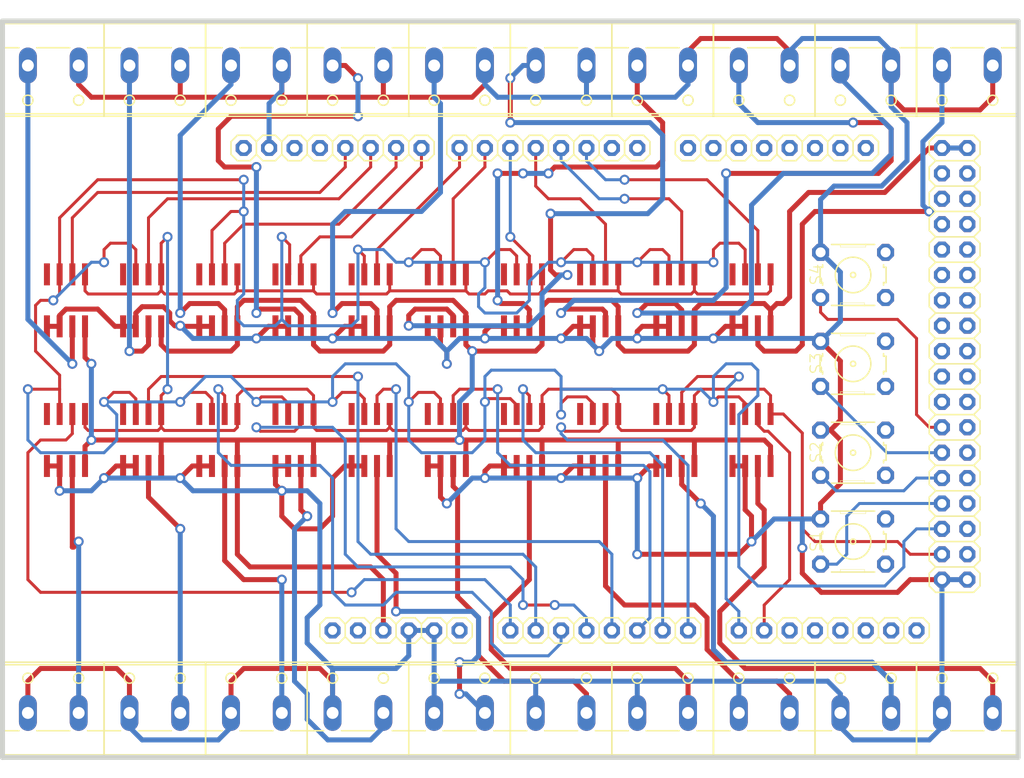
<source format=kicad_pcb>
(kicad_pcb (version 20220621) (generator pcbnew)
  (layers (0 "F.Cu" signal) (31 "B.Cu" signal) (34 "B.Paste" user) (35 "F.Paste" user) (36 "B.SilkS" user "B.Silkscreen") (37 "F.SilkS" user "F.Silkscreen") (38 "B.Mask" user) (39 "F.Mask" user) (44 "Edge.Cuts" user))
  (net 0 "")
  (net 1 "+3V3")
  (net 2 "MISO")
  (net 3 "SCK")
  (net 4 "CS8")
  (net 5 "CS9")
  (net 6 "CS10")
  (net 7 "CS11")
  (net 8 "CS12")
  (net 9 "CS13")
  (net 10 "CS14")
  (net 11 "CS15")
  (net 12 "CS1")
  (net 13 "CS2")
  (net 14 "CS3")
  (net 15 "CS4")
  (net 16 "CS5")
  (net 17 "CS6")
  (net 18 "CS7")
  (net 19 "CS16")
  (net 20 "CS17")
  (net 21 "CS18")
  (net 22 "CS19")
  (net 23 "VCC")
  (net 24 "GND")
  (net 25 "CS0")
  (net 26 "N$4")
  (net 27 "N$6")
  (net 28 "N$7")
  (net 29 "N$11")
  (net 30 "N$13")
  (net 31 "N$14")
  (net 32 "N$17")
  (net 33 "N$18")
  (net 34 "N$21")
  (net 35 "N$2")
  (net 36 "N$23")
  (net 37 "N$25")
  (net 38 "N$27")
  (net 39 "N$29")
  (net 40 "N$31")
  (net 41 "N$34")
  (net 42 "N$36")
  (net 43 "N$38")
  (net 44 "N$39")
  (net 45 "N$42")
  (net 46 "SW1")
  (net 47 "SW2")
  (net 48 "SW3")
  (net 49 "SW4")
  (net 50 "+12V")
  (footprint "SO08" (layer "F.Cu") (at 172.6311 110.0836)
    (fp_text reference "U$1" hide)
    (fp_text value "MAX6675")
  )
  (footprint "SO08" (layer "F.Cu") (at 119.2911 110.0836)
    (fp_text reference "U$8" hide)
    (fp_text value "MAX6675")
  )
  (footprint "W237-132" (layer "F.Cu") (at 153.5811 136.7536)
    (fp_text reference "X5" hide)
    (fp_text value "")
  )
  (footprint "B3F-10XX" (layer "F.Cu") (at 182.7911 93.5736)
    (fp_text reference "S4")
    (fp_text value "")
  )
  (footprint "W237-132" (layer "F.Cu") (at 194.2211 136.7536)
    (fp_text reference "X1" hide)
    (fp_text value "")
  )
  (footprint "W237-132" (layer "F.Cu") (at 143.4211 136.7536)
    (fp_text reference "X6" hide)
    (fp_text value "")
  )
  (footprint "W237-132" (layer "F.Cu") (at 194.2211 73.2536 180)
    (fp_text reference "X11" hide)
    (fp_text value "")
  )
  (footprint "W237-132" (layer "F.Cu") (at 102.7811 73.2536 180)
    (fp_text reference "X20" hide)
    (fp_text value "")
  )
  (footprint "W237-132" (layer "F.Cu") (at 184.0611 73.2536 180)
    (fp_text reference "X12" hide)
    (fp_text value "")
  )
  (footprint "SO08" (layer "F.Cu") (at 165.0111 110.0836)
    (fp_text reference "U$2" hide)
    (fp_text value "MAX6675")
  )
  (footprint "W237-132" (layer "F.Cu") (at 184.0611 136.7536)
    (fp_text reference "X2" hide)
    (fp_text value "")
  )
  (footprint "SO08" (layer "F.Cu") (at 149.7711 110.0836)
    (fp_text reference "U$4" hide)
    (fp_text value "MAX6675")
  )
  (footprint "W237-132" (layer "F.Cu") (at 123.1011 136.7536)
    (fp_text reference "X8" hide)
    (fp_text value "")
  )
  (footprint "W237-132" (layer "F.Cu") (at 102.7811 136.7536)
    (fp_text reference "X10" hide)
    (fp_text value "")
  )
  (footprint "SO08" (layer "F.Cu") (at 111.6711 96.1136)
    (fp_text reference "U$19" hide)
    (fp_text value "MAX6675")
  )
  (footprint "SO08" (layer "F.Cu") (at 134.5311 110.0836)
    (fp_text reference "U$6" hide)
    (fp_text value "MAX6675")
  )
  (footprint "MEGA_ARDUINO" (layer "F.Cu") (at 97.7011 131.6736)
    (fp_text reference "IC1" hide)
    (fp_text value "" hide)
  )
  (footprint "SO08" (layer "F.Cu") (at 142.1511 110.0836)
    (fp_text reference "U$5" hide)
    (fp_text value "MAX6675")
  )
  (footprint "W237-132" (layer "F.Cu") (at 173.9011 136.7536)
    (fp_text reference "X3" hide)
    (fp_text value "")
  )
  (footprint "W237-132" (layer "F.Cu") (at 123.1011 73.2536 180)
    (fp_text reference "X18" hide)
    (fp_text value "")
  )
  (footprint "SO08" (layer "F.Cu") (at 165.0111 96.1136)
    (fp_text reference "U$12" hide)
    (fp_text value "MAX6675")
  )
  (footprint "B3F-10XX" (layer "F.Cu") (at 182.7911 102.4636)
    (fp_text reference "S3")
    (fp_text value "")
  )
  (footprint "W237-132" (layer "F.Cu") (at 112.9411 73.2536 180)
    (fp_text reference "X19" hide)
    (fp_text value "")
  )
  (footprint "W237-132" (layer "F.Cu") (at 173.9011 73.2536 180)
    (fp_text reference "X13" hide)
    (fp_text value "")
  )
  (footprint "B3F-10XX" (layer "F.Cu") (at 182.7911 111.3536)
    (fp_text reference "S2")
    (fp_text value "")
  )
  (footprint "SO08" (layer "F.Cu") (at 119.2911 96.1136)
    (fp_text reference "U$18" hide)
    (fp_text value "MAX6675")
  )
  (footprint "SO08" (layer "F.Cu") (at 104.0511 96.1136)
    (fp_text reference "U$20" hide)
    (fp_text value "MAX6675")
  )
  (footprint "W237-132" (layer "F.Cu") (at 112.9411 136.7536)
    (fp_text reference "X9" hide)
    (fp_text value "")
  )
  (footprint "SO08" (layer "F.Cu") (at 149.7711 96.1136)
    (fp_text reference "U$14" hide)
    (fp_text value "MAX6675")
  )
  (footprint "SO08" (layer "F.Cu") (at 172.6311 96.1136)
    (fp_text reference "U$11" hide)
    (fp_text value "MAX6675")
  )
  (footprint "B3F-10XX" (layer "F.Cu") (at 182.7911 120.2436)
    (fp_text reference "S1")
    (fp_text value "")
  )
  (footprint "SO08" (layer "F.Cu") (at 104.0511 110.0836)
    (fp_text reference "U$10" hide)
    (fp_text value "MAX6675")
  )
  (footprint "SO08" (layer "F.Cu") (at 134.5311 96.1136)
    (fp_text reference "U$16" hide)
    (fp_text value "MAX6675")
  )
  (footprint "SO08" (layer "F.Cu") (at 142.1511 96.1136)
    (fp_text reference "U$15" hide)
    (fp_text value "MAX6675")
  )
  (footprint "W237-132" (layer "F.Cu") (at 133.2611 73.2536 180)
    (fp_text reference "X17" hide)
    (fp_text value "")
  )
  (footprint "SO08" (layer "F.Cu") (at 126.9111 110.0836)
    (fp_text reference "U$7" hide)
    (fp_text value "MAX6675")
  )
  (footprint "W237-132" (layer "F.Cu") (at 143.4211 73.2536 180)
    (fp_text reference "X16" hide)
    (fp_text value "")
  )
  (footprint "W237-132" (layer "F.Cu") (at 153.5811 73.2536 180)
    (fp_text reference "X15" hide)
    (fp_text value "")
  )
  (footprint "SO08" (layer "F.Cu") (at 157.3911 110.0836)
    (fp_text reference "U$3" hide)
    (fp_text value "MAX6675")
  )
  (footprint "SO08" (layer "F.Cu") (at 111.6711 110.0836)
    (fp_text reference "U$9" hide)
    (fp_text value "MAX6675")
  )
  (footprint "W237-132" (layer "F.Cu") (at 163.7411 73.2536 180)
    (fp_text reference "X14" hide)
    (fp_text value "")
  )
  (footprint "W237-132" (layer "F.Cu") (at 133.2611 136.7536)
    (fp_text reference "X7" hide)
    (fp_text value "")
  )
  (footprint "SO08" (layer "F.Cu") (at 126.9111 96.1136)
    (fp_text reference "U$17" hide)
    (fp_text value "MAX6675")
  )
  (footprint "W237-132" (layer "F.Cu") (at 163.7411 136.7536)
    (fp_text reference "X4" hide)
    (fp_text value "")
  )
  (footprint "SO08" (layer "F.Cu") (at 157.3911 96.1136)
    (fp_text reference "U$13" hide)
    (fp_text value "MAX6675")
  )
  (gr_line (start 97.7011 141.8336) (end 199.3011 141.8336) (stroke (width 0.5)) (layer "Edge.Cuts"))
  (gr_line (start 97.7011 68.1736) (end 97.7011 141.8336) (stroke (width 0.5)) (layer "Edge.Cuts"))
  (gr_line (start 199.3011 141.8336) (end 199.3011 68.1736) (stroke (width 0.5)) (layer "Edge.Cuts"))
  (gr_line (start 199.3011 68.1736) (end 97.7011 68.1736) (stroke (width 0.5)) (layer "Edge.Cuts"))
  (segment (start 169.3261 105.7686) (end 171.3611 105.7686) (width 0.3) (layer "F.Cu") (net 2))
  (segment (start 101.0091 96.6156) (end 101.0091 101.1936) (width 0.3) (layer "F.Cu") (net 2))
  (segment (start 126.4261 90.5486) (end 126.4261 93.5136) (width 0.3) (layer "F.Cu") (net 2))
  (segment (start 126.2761 106.4036) (end 125.6411 105.7686) (width 0.3) (layer "F.Cu") (net 2))
  (segment (start 133.8961 107.4836) (end 133.8961 105.9561) (width 0.3) (layer "F.Cu") (net 2))
  (segment (start 126.4261 93.5136) (end 126.2761 93.5136) (width 0.3) (layer "F.Cu") (net 2))
  (segment (start 130.7211 106.2736) (end 131.0511 105.9436) (width 0.3) (layer "F.Cu") (net 2))
  (segment (start 171.9961 91.0336) (end 171.9961 93.5136) (width 0.3) (layer "F.Cu") (net 2))
  (segment (start 103.4161 103.6006) (end 103.4161 105.0036) (width 0.3) (layer "F.Cu") (net 2))
  (segment (start 121.8311 87.2236) (end 120.5611 87.2236) (width 0.3) (layer "F.Cu") (net 2))
  (segment (start 103.4161 105.0036) (end 103.4161 107.4836) (width 0.3) (layer "F.Cu") (net 2))
  (segment (start 149.1361 91.6686) (end 148.5011 91.0336) (width 0.3) (layer "F.Cu") (net 2))
  (segment (start 133.8961 91.6686) (end 133.2611 91.0336) (width 0.3) (layer "F.Cu") (net 2))
  (segment (start 133.8961 91.6686) (end 133.8961 93.5136) (width 0.3) (layer "F.Cu") (net 2))
  (segment (start 101.5111 96.1136) (end 102.7811 96.1136) (width 0.3) (layer "F.Cu") (net 2))
  (segment (start 145.9611 106.2736) (end 146.2911 105.9436) (width 0.3) (layer "F.Cu") (net 2))
  (segment (start 156.7561 107.4836) (end 156.7561 106.4036) (width 0.3) (layer "F.Cu") (net 2))
  (segment (start 156.7561 93.5136) (end 156.7561 91.6686) (width 0.3) (layer "F.Cu") (net 2))
  (segment (start 148.5011 91.0336) (end 147.2311 91.0336) (width 0.3) (layer "F.Cu") (net 2))
  (segment (start 149.1361 107.4836) (end 149.1361 106.5786) (width 0.3) (layer "F.Cu") (net 2))
  (segment (start 168.8211 92.3036) (end 168.8211 91.0336) (width 0.3) (layer "F.Cu") (net 2))
  (segment (start 108.8136 105.3211) (end 107.8611 106.2736) (width 0.3) (layer "F.Cu") (net 2))
  (segment (start 118.0211 105.3211) (end 116.4336 105.3211) (width 0.3) (layer "F.Cu") (net 2))
  (segment (start 131.6736 105.3211) (end 130.7211 106.2736) (width 0.3) (layer "F.Cu") (net 2))
  (segment (start 162.4711 91.0336) (end 161.2011 92.3036) (width 0.3) (layer "F.Cu") (net 2))
  (segment (start 126.2761 107.4836) (end 126.2761 106.4036) (width 0.3) (layer "F.Cu") (net 2))
  (segment (start 116.4336 105.3211) (end 115.4811 106.2736) (width 0.3) (layer "F.Cu") (net 2))
  (segment (start 163.7411 91.0336) (end 162.4711 91.0336) (width 0.3) (layer "F.Cu") (net 2))
  (segment (start 107.8611 92.3036) (end 107.8611 91.0336) (width 0.3) (layer "F.Cu") (net 2))
  (segment (start 168.8211 106.2736) (end 169.3261 105.7686) (width 0.3) (layer "F.Cu") (net 2))
  (segment (start 163.7411 105.0036) (end 164.3761 105.6386) (width 0.3) (layer "F.Cu") (net 2))
  (segment (start 164.3761 91.6686) (end 164.3761 93.5136) (width 0.3) (layer "F.Cu") (net 2))
  (segment (start 103.4161 93.5136) (end 103.4161 87.8586) (width 0.3) (layer "F.Cu") (net 2))
  (segment (start 156.1211 91.0336) (end 154.8511 91.0336) (width 0.3) (layer "F.Cu") (net 2))
  (segment (start 149.1361 91.6686) (end 149.1361 93.5136) (width 0.3) (layer "F.Cu") (net 2))
  (segment (start 107.8611 91.0336) (end 108.4961 90.3986) (width 0.3) (layer "F.Cu") (net 2))
  (segment (start 118.6561 89.1286) (end 118.6561 93.5136) (width 0.3) (layer "F.Cu") (net 2))
  (segment (start 103.4161 93.5136) (end 103.4161 95.4786) (width 0.3) (layer "F.Cu") (net 2))
  (segment (start 141.5161 91.6686) (end 140.8811 91.0336) (width 0.3) (layer "F.Cu") (net 2))
  (segment (start 139.6111 91.0336) (end 138.3411 92.3036) (width 0.3) (layer "F.Cu") (net 2))
  (segment (start 141.5161 93.5136) (end 141.5161 91.6686) (width 0.3) (layer "F.Cu") (net 2))
  (segment (start 111.0361 105.9561) (end 110.4011 105.3211) (width 0.3) (layer "F.Cu") (net 2))
  (segment (start 111.0361 91.0336) (end 111.0361 93.5136) (width 0.3) (layer "F.Cu") (net 2))
  (segment (start 140.8811 105.3211) (end 139.2936 105.3211) (width 0.3) (layer "F.Cu") (net 2))
  (segment (start 153.5811 107.5436) (end 153.5811 106.4036) (width 0.3) (layer "F.Cu") (net 2))
  (segment (start 154.8511 91.0336) (end 153.5811 92.3036) (width 0.3) (layer "F.Cu") (net 2))
  (segment (start 120.5611 87.2236) (end 118.6561 89.1286) (width 0.3) (layer "F.Cu") (net 2))
  (segment (start 164.3761 105.6386) (end 164.3761 107.4836) (width 0.3) (layer "F.Cu") (net 2))
  (segment (start 123.1011 106.2736) (end 123.6061 105.7686) (width 0.3) (layer "F.Cu") (net 2))
  (segment (start 133.2611 105.3211) (end 131.6736 105.3211) (width 0.3) (layer "F.Cu") (net 2))
  (segment (start 169.4561 90.3986) (end 168.8211 91.0336) (width 0.3) (layer "F.Cu") (net 2))
  (segment (start 156.7561 106.4036) (end 156.1211 105.7686) (width 0.3) (layer "F.Cu") (net 2))
  (segment (start 171.9961 106.4036) (end 171.3611 105.7686) (width 0.3) (layer "F.Cu") (net 2))
  (segment (start 101.5111 96.1136) (end 101.0091 96.6156) (width 0.3) (layer "F.Cu") (net 2))
  (segment (start 103.4161 95.4786) (end 102.7811 96.1136) (width 0.3) (layer "F.Cu") (net 2))
  (segment (start 146.2911 105.9436) (end 148.5011 105.9436) (width 0.3) (layer "F.Cu") (net 2))
  (segment (start 145.9611 92.3036) (end 146.2911 91.9736) (width 0.3) (layer "F.Cu") (net 2))
  (segment (start 161.2011 92.3036) (end 161.5311 91.9736) (width 0.3) (layer "F.Cu") (net 2))
  (segment (start 101.0091 101.1936) (end 103.4161 103.6006) (width 0.3) (layer "F.Cu") (net 2))
  (segment (start 100.2411 105.0036) (end 103.4161 105.0036) (width 0.3) (layer "F.Cu") (net 2))
  (segment (start 118.6561 105.9561) (end 118.0211 105.3211) (width 0.3) (layer "F.Cu") (net 2))
  (segment (start 171.9961 91.0336) (end 171.3611 90.3986) (width 0.3) (layer "F.Cu") (net 2))
  (segment (start 147.2311 91.0336) (end 145.9611 92.3036) (width 0.3) (layer "F.Cu") (net 2))
  (segment (start 108.4961 90.3986) (end 110.4011 90.3986) (width 0.3) (layer "F.Cu") (net 2))
  (segment (start 123.6061 105.7686) (end 125.6411 105.7686) (width 0.3) (layer "F.Cu") (net 2))
  (segment (start 171.3611 90.3986) (end 169.4561 90.3986) (width 0.3) (layer "F.Cu") (net 2))
  (segment (start 125.6411 89.7636) (end 126.4261 90.5486) (width 0.3) (layer "F.Cu") (net 2))
  (segment (start 171.9961 107.4836) (end 171.9961 106.4036) (width 0.3) (layer "F.Cu") (net 2))
  (segment (start 111.0361 107.4836) (end 111.0361 105.9561) (width 0.3) (layer "F.Cu") (net 2))
  (segment (start 164.3761 91.6686) (end 163.7411 91.0336) (width 0.3) (layer "F.Cu") (net 2))
  (segment (start 153.5811 106.4036) (end 154.2161 105.7686) (width 0.3) (layer "F.Cu") (net 2))
  (segment (start 103.4161 87.8586) (end 107.2261 84.0486) (width 0.3) (layer "F.Cu") (net 2))
  (segment (start 133.8961 105.9561) (end 133.2611 105.3211) (width 0.3) (layer "F.Cu") (net 2))
  (segment (start 107.2261 84.0486) (end 121.8311 84.0486) (width 0.3) (layer "F.Cu") (net 2))
  (segment (start 140.8811 91.0336) (end 139.6111 91.0336) (width 0.3) (layer "F.Cu") (net 2))
  (segment (start 156.7561 91.6686) (end 156.1211 91.0336) (width 0.3) (layer "F.Cu") (net 2))
  (segment (start 110.4011 90.3986) (end 111.0361 91.0336) (width 0.3) (layer "F.Cu") (net 2))
  (segment (start 139.2936 105.3211) (end 138.3411 106.2736) (width 0.3) (layer "F.Cu") (net 2))
  (segment (start 154.2161 105.7686) (end 156.1211 105.7686) (width 0.3) (layer "F.Cu") (net 2))
  (segment (start 118.6561 107.4836) (end 118.6561 105.9561) (width 0.3) (layer "F.Cu") (net 2))
  (segment (start 141.5161 105.9561) (end 140.8811 105.3211) (width 0.3) (layer "F.Cu") (net 2))
  (segment (start 110.4011 105.3211) (end 108.8136 105.3211) (width 0.3) (layer "F.Cu") (net 2))
  (segment (start 141.5161 107.4836) (end 141.5161 105.9561) (width 0.3) (layer "F.Cu") (net 2))
  (segment (start 149.1361 106.5786) (end 148.5011 105.9436) (width 0.3) (layer "F.Cu") (net 2))
  (via (at 153.5811 92.3036) (size 1) (drill 0.6) (layers "F.Cu" "B.Cu") (net 2))
  (via (at 102.7811 96.1136) (size 1.0064) (drill 0.6) (layers "F.Cu" "B.Cu") (net 2))
  (via (at 153.5811 107.5436) (size 1) (drill 0.6) (layers "F.Cu" "B.Cu") (net 2))
  (via (at 145.9611 92.3036) (size 1) (drill 0.6) (layers "F.Cu" "B.Cu") (net 2))
  (via (at 121.8311 87.2236) (size 1) (drill 0.6) (layers "F.Cu" "B.Cu") (net 2))
  (via (at 125.6411 89.7636) (size 1) (drill 0.6) (layers "F.Cu" "B.Cu") (net 2))
  (via (at 115.4811 106.2736) (size 1) (drill 0.6) (layers "F.Cu" "B.Cu") (net 2))
  (via (at 107.8611 106.2736) (size 1) (drill 0.6) (layers "F.Cu" "B.Cu") (net 2))
  (via (at 163.7411 105.0036) (size 1) (drill 0.6) (layers "F.Cu" "B.Cu") (net 2))
  (via (at 145.9611 106.2736) (size 1) (drill 0.6) (layers "F.Cu" "B.Cu") (net 2))
  (via (at 138.3411 92.3036) (size 1) (drill 0.6) (layers "F.Cu" "B.Cu") (net 2))
  (via (at 138.3411 106.2736) (size 1) (drill 0.6) (layers "F.Cu" "B.Cu") (net 2))
  (via (at 100.2411 105.0036) (size 1) (drill 0.6) (layers "F.Cu" "B.Cu") (net 2))
  (via (at 107.8611 92.3036) (size 1.0064) (drill 0.6) (layers "F.Cu" "B.Cu") (net 2))
  (via (at 168.8211 92.3036) (size 1) (drill 0.6) (layers "F.Cu" "B.Cu") (net 2))
  (via (at 121.8311 84.0486) (size 1) (drill 0.6) (layers "F.Cu" "B.Cu") (net 2))
  (via (at 133.2611 91.0336) (size 1) (drill 0.6) (layers "F.Cu" "B.Cu") (net 2))
  (via (at 168.8211 106.2736) (size 1) (drill 0.6) (layers "F.Cu" "B.Cu") (net 2))
  (via (at 123.1011 106.2736) (size 1) (drill 0.6) (layers "F.Cu" "B.Cu") (net 2))
  (via (at 161.2011 92.3036) (size 1) (drill 0.6) (layers "F.Cu" "B.Cu") (net 2))
  (via (at 130.7211 106.2736) (size 1) (drill 0.6) (layers "F.Cu" "B.Cu") (net 2))
  (segment (start 132.6261 98.6536) (end 126.2761 98.6536) (width 0.3) (layer "B.Cu") (net 2))
  (segment (start 185.9661 124.6886) (end 173.2661 124.6886) (width 0.3) (layer "B.Cu") (net 2))
  (segment (start 173.2661 105.6386) (end 173.2661 103.0986) (width 0.3) (layer "B.Cu") (net 2))
  (segment (start 121.1961 98.0186) (end 121.8311 98.6536) (width 0.3) (layer "B.Cu") (net 2))
  (segment (start 118.0211 103.7336) (end 120.5611 103.7336) (width 0.3) (layer "B.Cu") (net 2))
  (segment (start 125.6411 89.7636) (end 125.6411 98.0186) (width 0.3) (layer "B.Cu") (net 2))
  (segment (start 121.8311 98.6536) (end 125.0061 98.6536) (width 0.3) (layer "B.Cu") (net 2))
  (segment (start 168.8211 92.3036) (end 161.2011 92.3036) (width 0.3) (layer "B.Cu") (net 2))
  (segment (start 137.0711 102.4636) (end 138.3411 103.7336) (width 0.3) (layer "B.Cu") (net 2))
  (segment (start 115.4811 106.2736) (end 118.0211 103.7336) (width 0.3) (layer "B.Cu") (net 2))
  (segment (start 153.5811 92.3036) (end 152.3111 92.3036) (width 0.3) (layer "B.Cu") (net 2))
  (segment (start 172.6311 102.4636) (end 170.0911 102.4636) (width 0.3) (layer "B.Cu") (net 2))
  (segment (start 145.9611 103.7336) (end 146.5961 103.0986) (width 0.3) (layer "B.Cu") (net 2))
  (segment (start 145.9611 106.2736) (end 145.9611 110.0836) (width 0.3) (layer "B.Cu") (net 2))
  (segment (start 121.1961 96.1136) (end 121.1961 98.0186) (width 0.3) (layer "B.Cu") (net 2))
  (segment (start 139.6111 111.3536) (end 138.3411 110.0836) (width 0.3) (layer "B.Cu") (net 2))
  (segment (start 171.3611 122.7836) (end 171.3611 107.5436) (width 0.3) (layer "B.Cu") (net 2))
  (segment (start 106.5911 92.3036) (end 107.8611 92.3036) (width 0.3) (layer "B.Cu") (net 2))
  (segment (start 126.2761 98.6536) (end 125.6411 98.0186) (width 0.3) (layer "B.Cu") (net 2))
  (segment (start 189.1411 118.9736) (end 187.8711 120.2436) (width 0.3) (layer "B.Cu") (net 2))
  (segment (start 121.8311 84.0486) (end 121.8311 87.2236) (width 0.3) (layer "B.Cu") (net 2))
  (segment (start 146.5961 103.0986) (end 152.9461 103.0986) (width 0.3) (layer "B.Cu") (net 2))
  (segment (start 107.8611 111.3536) (end 101.5111 111.3536) (width 0.3) (layer "B.Cu") (net 2))
  (segment (start 191.6811 118.9736) (end 189.1411 118.9736) (width 0.3) (layer "B.Cu") (net 2))
  (segment (start 152.3111 92.3036) (end 150.4061 94.2086) (width 0.3) (layer "B.Cu") (net 2))
  (segment (start 150.4061 96.1136) (end 149.1361 97.3836) (width 0.3) (layer "B.Cu") (net 2))
  (segment (start 145.9611 92.3036) (end 138.3411 92.3036) (width 0.3) (layer "B.Cu") (net 2))
  (segment (start 168.8211 106.2736) (end 168.8211 103.7336) (width 0.3) (layer "B.Cu") (net 2))
  (segment (start 121.8311 87.2236) (end 121.8311 95.4786) (width 0.3) (layer "B.Cu") (net 2))
  (segment (start 131.9911 102.4636) (end 137.0711 102.4636) (width 0.3) (layer "B.Cu") (net 2))
  (segment (start 138.3411 106.2736) (end 138.3411 103.7336) (width 0.3) (layer "B.Cu") (net 2))
  (segment (start 125.0061 98.6536) (end 125.6411 98.0186) (width 0.3) (layer "B.Cu") (net 2))
  (segment (start 101.5111 111.3536) (end 100.2411 110.0836) (width 0.3) (layer "B.Cu") (net 2))
  (segment (start 121.8311 95.4786) (end 121.1961 96.1136) (width 0.3) (layer "B.Cu") (net 2))
  (segment (start 120.5611 103.7336) (end 123.1011 106.2736) (width 0.3) (layer "B.Cu") (net 2))
  (segment (start 130.7211 103.7336) (end 131.9911 102.4636) (width 0.3) (layer "B.Cu") (net 2))
  (segment (start 153.5811 103.7336) (end 153.5811 105.0036) (width 0.3) (layer "B.Cu") (net 2))
  (segment (start 115.4811 106.2736) (end 107.8611 106.2736) (width 0.3) (layer "B.Cu") (net 2))
  (segment (start 145.3261 95.4786) (end 145.9611 94.8436) (width 0.3) (layer "B.Cu") (net 2))
  (segment (start 168.8211 103.7336) (end 170.0911 102.4636) (width 0.3) (layer "B.Cu") (net 2))
  (segment (start 145.9611 97.3836) (end 149.1361 97.3836) (width 0.3) (layer "B.Cu") (net 2))
  (segment (start 100.2411 110.0836) (end 100.2411 105.0036) (width 0.3) (layer "B.Cu") (net 2))
  (segment (start 109.1311 107.5436) (end 107.8611 106.2736) (width 0.3) (layer "B.Cu") (net 2))
  (segment (start 145.3261 96.7486) (end 145.3261 95.4786) (width 0.3) (layer "B.Cu") (net 2))
  (segment (start 187.8711 122.7836) (end 185.9661 124.6886) (width 0.3) (layer "B.Cu") (net 2))
  (segment (start 107.8611 111.3536) (end 109.1311 110.0836) (width 0.3) (layer "B.Cu") (net 2))
  (segment (start 133.2611 91.0336) (end 133.2611 98.0186) (width 0.3) (layer "B.Cu") (net 2))
  (segment (start 137.0711 92.3036) (end 138.3411 92.3036) (width 0.3) (layer "B.Cu") (net 2))
  (segment (start 130.7211 106.2736) (end 123.1011 106.2736) (width 0.3) (layer "B.Cu") (net 2))
  (segment (start 173.2661 103.0986) (end 172.6311 102.4636) (width 0.3) (layer "B.Cu") (net 2))
  (segment (start 145.9611 94.8436) (end 145.9611 92.3036) (width 0.3) (layer "B.Cu") (net 2))
  (segment (start 145.9611 110.0836) (end 144.6911 111.3536) (width 0.3) (layer "B.Cu") (net 2))
  (segment (start 102.7811 96.1136) (end 106.5911 92.3036) (width 0.3) (layer "B.Cu") (net 2))
  (segment (start 130.7211 106.2736) (end 130.7211 103.7336) (width 0.3) (layer "B.Cu") (net 2))
  (segment (start 145.9611 97.3836) (end 145.3261 96.7486) (width 0.3) (layer "B.Cu") (net 2))
  (segment (start 133.2611 98.0186) (end 132.6261 98.6536) (width 0.3) (layer "B.Cu") (net 2))
  (segment (start 133.2611 91.0336) (end 135.8011 91.0336) (width 0.3) (layer "B.Cu") (net 2))
  (segment (start 135.8011 91.0336) (end 137.0711 92.3036) (width 0.3) (layer "B.Cu") (net 2))
  (segment (start 173.2661 124.6886) (end 171.3611 122.7836) (width 0.3) (layer "B.Cu") (net 2))
  (segment (start 187.8711 120.2436) (end 187.8711 122.7836) (width 0.3) (layer "B.Cu") (net 2))
  (segment (start 168.8211 106.2736) (end 167.5511 105.0036) (width 0.3) (layer "B.Cu") (net 2))
  (segment (start 138.3411 110.0836) (end 138.3411 106.2736) (width 0.3) (layer "B.Cu") (net 2))
  (segment (start 145.9611 106.2736) (end 145.9611 103.7336) (width 0.3) (layer "B.Cu") (net 2))
  (segment (start 109.1311 110.0836) (end 109.1311 107.5436) (width 0.3) (layer "B.Cu") (net 2))
  (segment (start 152.9461 103.0986) (end 153.5811 103.7336) (width 0.3) (layer "B.Cu") (net 2))
  (segment (start 150.4061 94.2086) (end 150.4061 96.1136) (width 0.3) (layer "B.Cu") (net 2))
  (segment (start 153.5811 105.0036) (end 163.7411 105.0036) (width 0.3) (layer "B.Cu") (net 2))
  (segment (start 161.2011 92.3036) (end 153.5811 92.3036) (width 0.3) (layer "B.Cu") (net 2))
  (segment (start 144.6911 111.3536) (end 139.6111 111.3536) (width 0.3) (layer "B.Cu") (net 2))
  (segment (start 153.5811 105.0036) (end 153.5811 107.5436) (width 0.3) (layer "B.Cu") (net 2))
  (segment (start 171.3611 107.5436) (end 173.2661 105.6386) (width 0.3) (layer "B.Cu") (net 2))
  (segment (start 163.7411 105.0036) (end 167.5511 105.0036) (width 0.3) (layer "B.Cu") (net 2))
  (segment (start 145.9611 95.4786) (end 144.3736 95.4786) (width 0.3) (layer "F.Cu") (net 3))
  (segment (start 144.0561 108.8136) (end 143.7386 109.1311) (width 0.3) (layer "F.Cu") (net 3))
  (segment (start 121.1961 107.4836) (end 121.1961 105.6386) (width 0.3) (layer "F.Cu") (net 3))
  (segment (start 144.3736 95.4786) (end 144.0561 95.1611) (width 0.3) (layer "F.Cu") (net 3))
  (segment (start 159.2961 93.5136) (end 159.2961 95.1611) (width 0.3) (layer "F.Cu") (net 3))
  (segment (start 128.8161 93.5136) (end 128.8161 95.1611) (width 0.3) (layer "F.Cu") (net 3))
  (segment (start 159.2961 105.6386) (end 158.6611 105.0036) (width 0.3) (layer "F.Cu") (net 3))
  (segment (start 175.8061 107.4836) (end 177.7111 109.3886) (width 0.3) (layer "F.Cu") (net 3))
  (segment (start 159.2961 108.8136) (end 159.6136 109.1311) (width 0.3) (layer "F.Cu") (net 3))
  (segment (start 177.7111 109.3886) (end 177.7111 118.9736) (width 0.3) (layer "F.Cu") (net 3))
  (segment (start 129.1336 95.4786) (end 128.8161 95.1611) (width 0.3) (layer "F.Cu") (net 3))
  (segment (start 128.8161 95.1611) (end 121.1961 95.1611) (width 0.3) (layer "F.Cu") (net 3))
  (segment (start 174.5361 95.1611) (end 174.2186 95.4786) (width 0.3) (layer "F.Cu") (net 3))
  (segment (start 136.1186 95.4786) (end 129.1336 95.4786) (width 0.3) (layer "F.Cu") (net 3))
  (segment (start 159.2961 107.4836) (end 159.2961 105.6386) (width 0.3) (layer "F.Cu") (net 3))
  (segment (start 113.9266 95.4786) (end 113.5761 95.1281) (width 0.3) (layer "F.Cu") (net 3))
  (segment (start 121.1961 93.5136) (end 121.1961 95.1611) (width 0.3) (layer "F.Cu") (net 3))
  (segment (start 121.1961 105.6386) (end 121.8311 105.0036) (width 0.3) (layer "F.Cu") (net 3))
  (segment (start 113.5761 93.5136) (end 113.5761 90.3986) (width 0.3) (layer "F.Cu") (net 3))
  (segment (start 151.6761 93.5136) (end 151.6761 95.1611) (width 0.3) (layer "F.Cu") (net 3))
  (segment (start 128.8161 105.6386) (end 128.1811 105.0036) (width 0.3) (layer "F.Cu") (net 3))
  (segment (start 113.5761 107.4836) (end 113.5761 105.6386) (width 0.3) (layer "F.Cu") (net 3))
  (segment (start 106.2736 95.4786) (end 113.2256 95.4786) (width 0.3) (layer "F.Cu") (net 3))
  (segment (start 113.5761 90.3986) (end 114.2111 89.7636) (width 0.3) (layer "F.Cu") (net 3))
  (segment (start 173.9011 105.0036) (end 167.5511 105.0036) (width 0.3) (layer "F.Cu") (net 3))
  (segment (start 121.1961 108.8136) (end 120.8786 109.1311) (width 0.3) (layer "F.Cu") (net 3))
  (segment (start 166.9161 93.5136) (end 166.9161 95.1611) (width 0.3) (layer "F.Cu") (net 3))
  (segment (start 128.1811 105.0036) (end 121.8311 105.0036) (width 0.3) (layer "F.Cu") (net 3))
  (segment (start 128.8161 108.8136) (end 129.1336 109.1311) (width 0.3) (layer "F.Cu") (net 3))
  (segment (start 166.9161 105.6386) (end 167.5511 105.0036) (width 0.3) (layer "F.Cu") (net 3))
  (segment (start 128.8161 107.4836) (end 128.8161 105.6386) (width 0.3) (layer "F.Cu") (net 3))
  (segment (start 113.5761 105.6386) (end 114.2111 105.0036) (width 0.3) (layer "F.Cu") (net 3))
  (segment (start 167.2336 95.4786) (end 166.9161 95.1611) (width 0.3) (layer "F.Cu") (net 3))
  (segment (start 151.6761 95.1611) (end 151.3586 95.4786) (width 0.3) (layer "F.Cu") (net 3))
  (segment (start 129.1336 109.1311) (end 136.1186 109.1311) (width 0.3) (layer "F.Cu") (net 3))
  (segment (start 136.1186 109.1311) (end 136.4361 108.8136) (width 0.3) (layer "F.Cu") (net 3))
  (segment (start 120.8786 95.4786) (end 113.9266 95.4786) (width 0.3) (layer "F.Cu") (net 3))
  (segment (start 120.8786 109.1311) (end 113.8936 109.1311) (width 0.3) (layer "F.Cu") (net 3))
  (segment (start 159.6136 109.1311) (end 166.5986 109.1311) (width 0.3) (layer "F.Cu") (net 3))
  (segment (start 113.2256 95.4786) (end 113.5761 95.1281) (width 0.3) (layer "F.Cu") (net 3))
  (segment (start 144.0561 107.4836) (end 144.0561 108.8136) (width 0.3) (layer "F.Cu") (net 3))
  (segment (start 105.9561 95.1611) (end 106.2736 95.4786) (width 0.3) (layer "F.Cu") (net 3))
  (segment (start 159.6136 95.4786) (end 159.2961 95.1611) (width 0.3) (layer "F.Cu") (net 3))
  (segment (start 144.3736 109.1311) (end 144.0561 108.8136) (width 0.3) (layer "F.Cu") (net 3))
  (segment (start 177.7111 118.9736) (end 178.9811 120.2436) (width 0.3) (layer "F.Cu") (net 3))
  (segment (start 159.2961 95.1611) (end 151.6761 95.1611) (width 0.3) (layer "F.Cu") (net 3))
  (segment (start 105.9561 107.4836) (end 105.9561 108.8136) (width 0.3) (layer "F.Cu") (net 3))
  (segment (start 121.1961 107.4836) (end 121.1961 108.8136) (width 0.3) (layer "F.Cu") (net 3))
  (segment (start 105.9561 108.8136) (end 106.2736 109.1311) (width 0.3) (layer "F.Cu") (net 3))
  (segment (start 106.2736 109.1311) (end 113.2586 109.1311) (width 0.3) (layer "F.Cu") (net 3))
  (segment (start 144.0561 95.1611) (end 136.4361 95.1611) (width 0.3) (layer "F.Cu") (net 3))
  (segment (start 151.6761 108.8136) (end 151.3586 109.1311) (width 0.3) (layer "F.Cu") (net 3))
  (segment (start 113.2586 109.1311) (end 113.5761 108.8136) (width 0.3) (layer "F.Cu") (net 3))
  (segment (start 166.5986 95.4786) (end 159.6136 95.4786) (width 0.3) (layer "F.Cu") (net 3))
  (segment (start 143.7386 109.1311) (end 136.7536 109.1311) (width 0.3) (layer "F.Cu") (net 3))
  (segment (start 188.5061 121.5136) (end 187.2361 120.2436) (width 0.3) (layer "F.Cu") (net 3))
  (segment (start 178.9811 120.2436) (end 187.2361 120.2436) (width 0.3) (layer "F.Cu") (net 3))
  (segment (start 174.5361 107.4836) (end 175.8061 107.4836) (width 0.3) (layer "F.Cu") (net 3))
  (segment (start 144.0561 93.5136) (end 144.0561 95.1611) (width 0.3) (layer "F.Cu") (net 3))
  (segment (start 151.6761 105.6386) (end 152.3111 105.0036) (width 0.3) (layer "F.Cu") (net 3))
  (segment (start 159.2961 107.4836) (end 159.2961 108.8136) (width 0.3) (layer "F.Cu") (net 3))
  (segment (start 166.5986 109.1311) (end 166.9161 108.8136) (width 0.3) (layer "F.Cu") (net 3))
  (segment (start 191.6811 121.5136) (end 188.5061 121.5136) (width 0.3) (layer "F.Cu") (net 3))
  (segment (start 151.3586 95.4786) (end 148.5011 95.4786) (width 0.3) (layer "F.Cu") (net 3))
  (segment (start 136.4361 95.1611) (end 136.1186 95.4786) (width 0.3) (layer "F.Cu") (net 3))
  (segment (start 166.9161 95.1611) (end 166.5986 95.4786) (width 0.3) (layer "F.Cu") (net 3))
  (segment (start 158.6611 105.0036) (end 152.3111 105.0036) (width 0.3) (layer "F.Cu") (net 3))
  (segment (start 136.4361 107.4836) (end 136.4361 108.8136) (width 0.3) (layer "F.Cu") (net 3))
  (segment (start 166.9161 107.4836) (end 166.9161 105.6386) (width 0.3) (layer "F.Cu") (net 3))
  (segment (start 151.6761 107.4836) (end 151.6761 108.8136) (width 0.3) (layer "F.Cu") (net 3))
  (segment (start 146.2786 95.1611) (end 145.9611 95.4786) (width 0.3) (layer "F.Cu") (net 3))
  (segment (start 151.3586 109.1311) (end 144.3736 109.1311) (width 0.3) (layer "F.Cu") (net 3))
  (segment (start 166.9161 108.8136) (end 166.9161 107.4836) (width 0.3) (layer "F.Cu") (net 3))
  (segment (start 136.4361 93.5136) (end 136.4361 95.1611) (width 0.3) (layer "F.Cu") (net 3))
  (segment (start 113.5761 108.8136) (end 113.5761 107.4836) (width 0.3) (layer "F.Cu") (net 3))
  (segment (start 136.7536 109.1311) (end 136.4361 108.8136) (width 0.3) (layer "F.Cu") (net 3))
  (segment (start 105.9561 93.5136) (end 105.9561 95.1611) (width 0.3) (layer "F.Cu") (net 3))
  (segment (start 174.2186 95.4786) (end 167.2336 95.4786) (width 0.3) (layer "F.Cu") (net 3))
  (segment (start 148.5011 95.4786) (end 148.1836 95.1611) (width 0.3) (layer "F.Cu") (net 3))
  (segment (start 151.6761 107.4836) (end 151.6761 105.6386) (width 0.3) (layer "F.Cu") (net 3))
  (segment (start 121.1961 95.1611) (end 120.8786 95.4786) (width 0.3) (layer "F.Cu") (net 3))
  (segment (start 148.1836 95.1611) (end 146.2786 95.1611) (width 0.3) (layer "F.Cu") (net 3))
  (segment (start 113.8936 109.1311) (end 113.5761 108.8136) (width 0.3) (layer "F.Cu") (net 3))
  (segment (start 113.5761 93.5136) (end 113.5761 95.1281) (width 0.3) (layer "F.Cu") (net 3))
  (segment (start 174.5361 105.6386) (end 173.9011 105.0036) (width 0.3) (layer "F.Cu") (net 3))
  (segment (start 174.5361 93.5136) (end 174.5361 95.1611) (width 0.3) (layer "F.Cu") (net 3))
  (segment (start 128.8161 107.4836) (end 128.8161 108.8136) (width 0.3) (layer "F.Cu") (net 3))
  (segment (start 174.5361 107.4836) (end 174.5361 105.6386) (width 0.3) (layer "F.Cu") (net 3))
  (via (at 114.2111 105.0036) (size 1) (drill 0.6) (layers "F.Cu" "B.Cu") (net 3))
  (via (at 114.2111 89.7636) (size 1) (drill 0.6) (layers "F.Cu" "B.Cu") (net 3))
  (segment (start 114.2111 105.0036) (end 114.2111 89.7636) (width 0.3) (layer "B.Cu") (net 3))
  (segment (start 112.3061 105.0036) (end 113.5761 103.7336) (width 0.3) (layer "F.Cu") (net 4))
  (segment (start 133.2611 103.7336) (end 113.5761 103.7336) (width 0.3) (layer "F.Cu") (net 4))
  (segment (start 112.3061 107.4836) (end 112.3061 105.0036) (width 0.3) (layer "F.Cu") (net 4))
  (via (at 133.2611 103.7336) (size 1) (drill 0.6) (layers "F.Cu" "B.Cu") (net 4))
  (segment (start 149.7711 121.5136) (end 151.0411 122.7836) (width 0.3) (layer "B.Cu") (net 4))
  (segment (start 151.0411 122.7836) (end 151.0411 129.1336) (width 0.3) (layer "B.Cu") (net 4))
  (segment (start 133.2611 103.7336) (end 133.2611 120.2436) (width 0.3) (layer "B.Cu") (net 4))
  (segment (start 133.2611 120.2436) (end 134.5311 121.5136) (width 0.3) (layer "B.Cu") (net 4))
  (segment (start 134.5311 121.5136) (end 149.7711 121.5136) (width 0.3) (layer "B.Cu") (net 4))
  (segment (start 101.5111 125.3236) (end 100.2411 124.0536) (width 0.3) (layer "F.Cu") (net 5))
  (segment (start 100.2411 111.3536) (end 101.5111 110.0836) (width 0.3) (layer "F.Cu") (net 5))
  (segment (start 101.5111 110.0836) (end 104.0511 110.0836) (width 0.3) (layer "F.Cu") (net 5))
  (segment (start 104.6861 109.4486) (end 104.0511 110.0836) (width 0.3) (layer "F.Cu") (net 5))
  (segment (start 100.2411 124.0536) (end 100.2411 111.3536) (width 0.3) (layer "F.Cu") (net 5))
  (segment (start 104.6861 107.4836) (end 104.6861 109.4486) (width 0.3) (layer "F.Cu") (net 5))
  (segment (start 132.6261 125.3236) (end 101.5111 125.3236) (width 0.3) (layer "F.Cu") (net 5))
  (via (at 132.6261 125.3236) (size 1) (drill 0.6) (layers "F.Cu" "B.Cu") (net 5))
  (segment (start 148.5011 129.1336) (end 148.5011 126.5936) (width 0.3) (layer "B.Cu") (net 5))
  (segment (start 133.8961 124.0536) (end 132.6261 125.3236) (width 0.3) (layer "B.Cu") (net 5))
  (segment (start 145.9611 124.0536) (end 133.8961 124.0536) (width 0.3) (layer "B.Cu") (net 5))
  (segment (start 148.5011 126.5936) (end 145.9611 124.0536) (width 0.3) (layer "B.Cu") (net 5))
  (segment (start 168.1861 84.0486) (end 173.2661 89.1286) (width 0.3) (layer "F.Cu") (net 6))
  (segment (start 173.2661 89.1286) (end 173.2661 93.5136) (width 0.3) (layer "F.Cu") (net 6))
  (segment (start 159.9311 84.0486) (end 168.1861 84.0486) (width 0.3) (layer "F.Cu") (net 6))
  (via (at 159.9311 84.0486) (size 1) (drill 0.6) (layers "F.Cu" "B.Cu") (net 6))
  (segment (start 156.1211 80.8736) (end 156.1211 82.1436) (width 0.3) (layer "B.Cu") (net 6))
  (segment (start 158.0261 84.0486) (end 159.9311 84.0486) (width 0.3) (layer "B.Cu") (net 6))
  (segment (start 156.1211 82.1436) (end 158.0261 84.0486) (width 0.3) (layer "B.Cu") (net 6))
  (segment (start 159.9311 85.9536) (end 164.3761 85.9536) (width 0.3) (layer "F.Cu") (net 7))
  (segment (start 164.3761 85.9536) (end 165.6461 87.2236) (width 0.3) (layer "F.Cu") (net 7))
  (segment (start 165.6461 87.2236) (end 165.6461 93.5136) (width 0.3) (layer "F.Cu") (net 7))
  (via (at 159.9311 85.9536) (size 1) (drill 0.6) (layers "F.Cu" "B.Cu") (net 7))
  (segment (start 159.9311 85.9536) (end 157.3911 85.9536) (width 0.3) (layer "B.Cu") (net 7))
  (segment (start 153.5811 80.8736) (end 153.5811 82.1436) (width 0.3) (layer "B.Cu") (net 7))
  (segment (start 153.5811 82.1436) (end 157.3911 85.9536) (width 0.3) (layer "B.Cu") (net 7))
  (segment (start 151.0411 80.8736) (end 151.0411 84.6836) (width 0.3) (layer "F.Cu") (net 8))
  (segment (start 152.3111 85.9536) (end 155.4861 85.9536) (width 0.3) (layer "F.Cu") (net 8))
  (segment (start 151.0411 84.6836) (end 152.3111 85.9536) (width 0.3) (layer "F.Cu") (net 8))
  (segment (start 158.0261 88.4936) (end 158.0261 93.5136) (width 0.3) (layer "F.Cu") (net 8))
  (segment (start 155.4861 85.9536) (end 158.0261 88.4936) (width 0.3) (layer "F.Cu") (net 8))
  (segment (start 148.5011 89.7636) (end 150.4061 91.6686) (width 0.3) (layer "F.Cu") (net 9))
  (segment (start 150.4061 93.5136) (end 150.4061 91.6686) (width 0.3) (layer "F.Cu") (net 9))
  (via (at 148.5011 89.7636) (size 1) (drill 0.6) (layers "F.Cu" "B.Cu") (net 9))
  (segment (start 148.5011 89.7636) (end 148.5011 80.8736) (width 0.3) (layer "B.Cu") (net 9))
  (segment (start 145.9611 82.7786) (end 142.7861 85.9536) (width 0.3) (layer "F.Cu") (net 10))
  (segment (start 145.9611 80.8736) (end 145.9611 82.7786) (width 0.3) (layer "F.Cu") (net 10))
  (segment (start 142.7861 85.9536) (end 142.7861 93.5136) (width 0.3) (layer "F.Cu") (net 10))
  (segment (start 143.4211 82.7786) (end 135.1661 91.0336) (width 0.3) (layer "F.Cu") (net 11))
  (segment (start 143.4211 80.8736) (end 143.4211 82.7786) (width 0.3) (layer "F.Cu") (net 11))
  (segment (start 135.1661 91.0336) (end 135.1661 93.5136) (width 0.3) (layer "F.Cu") (net 11))
  (segment (start 165.6461 107.4836) (end 165.6461 105.3211) (width 0.3) (layer "F.Cu") (net 12))
  (segment (start 165.6461 105.3211) (end 167.2336 103.7336) (width 0.3) (layer "F.Cu") (net 12))
  (segment (start 171.3611 103.7336) (end 167.2336 103.7336) (width 0.3) (layer "F.Cu") (net 12))
  (via (at 171.3611 103.7336) (size 1) (drill 0.6) (layers "F.Cu" "B.Cu") (net 12))
  (segment (start 170.0911 125.9586) (end 171.3611 127.2286) (width 0.3) (layer "B.Cu") (net 12))
  (segment (start 171.3611 127.2286) (end 171.3611 129.1336) (width 0.3) (layer "B.Cu") (net 12))
  (segment (start 170.0911 105.0036) (end 170.0911 125.9586) (width 0.3) (layer "B.Cu") (net 12))
  (segment (start 171.3611 103.7336) (end 170.0911 105.0036) (width 0.3) (layer "B.Cu") (net 12))
  (segment (start 158.0261 108.5736) (end 157.3911 109.2086) (width 0.3) (layer "F.Cu") (net 13))
  (segment (start 153.5811 108.8136) (end 153.9761 109.2086) (width 0.3) (layer "F.Cu") (net 13))
  (segment (start 158.0261 107.4836) (end 158.0261 108.5736) (width 0.3) (layer "F.Cu") (net 13))
  (segment (start 153.9761 109.2086) (end 157.3911 109.2086) (width 0.3) (layer "F.Cu") (net 13))
  (via (at 153.5811 108.8136) (size 1) (drill 0.6) (layers "F.Cu" "B.Cu") (net 13))
  (segment (start 163.7411 110.0836) (end 166.2811 112.6236) (width 0.3) (layer "B.Cu") (net 13))
  (segment (start 153.5811 109.4486) (end 154.2161 110.0836) (width 0.3) (layer "B.Cu") (net 13))
  (segment (start 153.5811 108.8136) (end 153.5811 109.4486) (width 0.3) (layer "B.Cu") (net 13))
  (segment (start 154.2161 110.0836) (end 163.7411 110.0836) (width 0.3) (layer "B.Cu") (net 13))
  (segment (start 166.2811 112.6236) (end 166.2811 129.1336) (width 0.3) (layer "B.Cu") (net 13))
  (segment (start 149.7711 105.0036) (end 150.4061 105.6386) (width 0.3) (layer "F.Cu") (net 14))
  (segment (start 150.4061 105.6386) (end 150.4061 107.4836) (width 0.3) (layer "F.Cu") (net 14))
  (via (at 149.7711 105.0036) (size 1) (drill 0.6) (layers "F.Cu" "B.Cu") (net 14))
  (segment (start 151.0411 111.3536) (end 162.4711 111.3536) (width 0.3) (layer "B.Cu") (net 14))
  (segment (start 149.7711 105.0036) (end 149.7711 110.0836) (width 0.3) (layer "B.Cu") (net 14))
  (segment (start 162.4711 111.3536) (end 163.7411 112.6236) (width 0.3) (layer "B.Cu") (net 14))
  (segment (start 163.7411 112.6236) (end 163.7411 129.1336) (width 0.3) (layer "B.Cu") (net 14))
  (segment (start 149.7711 110.0836) (end 151.0411 111.3536) (width 0.3) (layer "B.Cu") (net 14))
  (segment (start 142.7861 107.4836) (end 142.7861 105.6386) (width 0.3) (layer "F.Cu") (net 15))
  (segment (start 143.4211 105.0036) (end 147.2311 105.0036) (width 0.3) (layer "F.Cu") (net 15))
  (segment (start 142.7861 105.6386) (end 143.4211 105.0036) (width 0.3) (layer "F.Cu") (net 15))
  (via (at 147.2311 105.0036) (size 1) (drill 0.6) (layers "F.Cu" "B.Cu") (net 15))
  (segment (start 147.2311 111.3536) (end 148.5011 112.6236) (width 0.3) (layer "B.Cu") (net 15))
  (segment (start 162.4711 113.2586) (end 162.4711 127.8636) (width 0.3) (layer "B.Cu") (net 15))
  (segment (start 148.5011 112.6236) (end 161.8361 112.6236) (width 0.3) (layer "B.Cu") (net 15))
  (segment (start 161.8361 112.6236) (end 162.4711 113.2586) (width 0.3) (layer "B.Cu") (net 15))
  (segment (start 162.4711 127.8636) (end 161.2011 129.1336) (width 0.3) (layer "B.Cu") (net 15))
  (segment (start 147.2311 105.0036) (end 147.2311 111.3536) (width 0.3) (layer "B.Cu") (net 15))
  (segment (start 135.1661 107.4836) (end 135.1661 105.6386) (width 0.3) (layer "F.Cu") (net 16))
  (segment (start 137.0711 105.0036) (end 135.8011 105.0036) (width 0.3) (layer "F.Cu") (net 16))
  (segment (start 135.1661 105.6386) (end 135.8011 105.0036) (width 0.3) (layer "F.Cu") (net 16))
  (via (at 137.0711 105.0036) (size 1) (drill 0.6) (layers "F.Cu" "B.Cu") (net 16))
  (segment (start 158.6611 121.5136) (end 158.6611 129.1336) (width 0.3) (layer "B.Cu") (net 16))
  (segment (start 138.3411 120.2436) (end 157.3911 120.2436) (width 0.3) (layer "B.Cu") (net 16))
  (segment (start 137.0711 118.9736) (end 138.3411 120.2436) (width 0.3) (layer "B.Cu") (net 16))
  (segment (start 137.0711 105.0036) (end 137.0711 118.9736) (width 0.3) (layer "B.Cu") (net 16))
  (segment (start 157.3911 120.2436) (end 158.6611 121.5136) (width 0.3) (layer "B.Cu") (net 16))
  (segment (start 127.5461 108.5736) (end 126.9111 109.2086) (width 0.3) (layer "F.Cu") (net 17))
  (segment (start 123.1011 108.8136) (end 123.4961 109.2086) (width 0.3) (layer "F.Cu") (net 17))
  (segment (start 123.4961 109.2086) (end 126.9111 109.2086) (width 0.3) (layer "F.Cu") (net 17))
  (segment (start 149.7711 126.5936) (end 152.9461 126.5936) (width 0.3) (layer "F.Cu") (net 17))
  (segment (start 127.5461 107.4836) (end 127.5461 108.5736) (width 0.3) (layer "F.Cu") (net 17))
  (via (at 152.9461 126.5936) (size 1.0064) (drill 0.6) (layers "F.Cu" "B.Cu") (net 17))
  (via (at 123.1011 108.8136) (size 1) (drill 0.6) (layers "F.Cu" "B.Cu") (net 17))
  (via (at 149.7711 126.5936) (size 1.0064) (drill 0.6) (layers "F.Cu" "B.Cu") (net 17))
  (segment (start 130.7211 108.8136) (end 131.9911 110.0836) (width 0.3) (layer "B.Cu") (net 17))
  (segment (start 148.5011 122.7836) (end 149.7711 124.0536) (width 0.3) (layer "B.Cu") (net 17))
  (segment (start 133.2611 122.7836) (end 148.5011 122.7836) (width 0.3) (layer "B.Cu") (net 17))
  (segment (start 154.8511 126.5936) (end 156.1211 127.8636) (width 0.3) (layer "B.Cu") (net 17))
  (segment (start 152.9461 126.5936) (end 154.8511 126.5936) (width 0.3) (layer "B.Cu") (net 17))
  (segment (start 123.1011 108.8136) (end 130.7211 108.8136) (width 0.3) (layer "B.Cu") (net 17))
  (segment (start 156.1211 127.8636) (end 156.1211 129.1336) (width 0.3) (layer "B.Cu") (net 17))
  (segment (start 131.9911 110.0836) (end 131.9911 121.5136) (width 0.3) (layer "B.Cu") (net 17))
  (segment (start 131.9911 121.5136) (end 133.2611 122.7836) (width 0.3) (layer "B.Cu") (net 17))
  (segment (start 149.7711 124.0536) (end 149.7711 126.5936) (width 0.3) (layer "B.Cu") (net 17))
  (segment (start 119.9261 105.6386) (end 119.9261 107.4836) (width 0.3) (layer "F.Cu") (net 18))
  (segment (start 119.2911 105.0036) (end 119.9261 105.6386) (width 0.3) (layer "F.Cu") (net 18))
  (via (at 119.2911 105.0036) (size 1) (drill 0.6) (layers "F.Cu" "B.Cu") (net 18))
  (segment (start 130.7211 113.8936) (end 130.7211 125.3236) (width 0.3) (layer "B.Cu") (net 18))
  (segment (start 119.2911 105.0036) (end 119.2911 111.3536) (width 0.3) (layer "B.Cu") (net 18))
  (segment (start 146.5961 127.2286) (end 146.5961 130.4036) (width 0.3) (layer "B.Cu") (net 18))
  (segment (start 146.5961 127.2286) (end 144.6911 125.3236) (width 0.3) (layer "B.Cu") (net 18))
  (segment (start 153.5811 130.4036) (end 153.5811 129.1336) (width 0.3) (layer "B.Cu") (net 18))
  (segment (start 152.3111 131.6736) (end 153.5811 130.4036) (width 0.3) (layer "B.Cu") (net 18))
  (segment (start 147.8661 131.6736) (end 152.3111 131.6736) (width 0.3) (layer "B.Cu") (net 18))
  (segment (start 144.6911 125.3236) (end 137.0711 125.3236) (width 0.3) (layer "B.Cu") (net 18))
  (segment (start 119.2911 111.3536) (end 120.5611 112.6236) (width 0.3) (layer "B.Cu") (net 18))
  (segment (start 129.4511 112.6236) (end 130.7211 113.8936) (width 0.3) (layer "B.Cu") (net 18))
  (segment (start 135.8011 126.5936) (end 131.9911 126.5936) (width 0.3) (layer "B.Cu") (net 18))
  (segment (start 137.0711 125.3236) (end 135.8011 126.5936) (width 0.3) (layer "B.Cu") (net 18))
  (segment (start 146.5961 130.4036) (end 147.8661 131.6736) (width 0.3) (layer "B.Cu") (net 18))
  (segment (start 130.7211 125.3236) (end 131.9911 126.5936) (width 0.3) (layer "B.Cu") (net 18))
  (segment (start 120.5611 112.6236) (end 129.4511 112.6236) (width 0.3) (layer "B.Cu") (net 18))
  (segment (start 127.5461 91.6686) (end 127.5461 93.5136) (width 0.3) (layer "F.Cu") (net 19))
  (segment (start 139.6111 80.8736) (end 139.6111 82.7786) (width 0.3) (layer "F.Cu") (net 19))
  (segment (start 129.4511 89.7636) (end 127.5461 91.6686) (width 0.3) (layer "F.Cu") (net 19))
  (segment (start 132.6261 89.7636) (end 129.4511 89.7636) (width 0.3) (layer "F.Cu") (net 19))
  (segment (start 139.6111 82.7786) (end 132.6261 89.7636) (width 0.3) (layer "F.Cu") (net 19))
  (segment (start 131.3561 88.4936) (end 121.8311 88.4936) (width 0.3) (layer "F.Cu") (net 20))
  (segment (start 137.0711 82.7786) (end 131.3561 88.4936) (width 0.3) (layer "F.Cu") (net 20))
  (segment (start 137.0711 80.8736) (end 137.0711 82.7786) (width 0.3) (layer "F.Cu") (net 20))
  (segment (start 121.8311 88.4936) (end 119.9261 90.3986) (width 0.3) (layer "F.Cu") (net 20))
  (segment (start 119.9261 90.3986) (end 119.9261 93.5136) (width 0.3) (layer "F.Cu") (net 20))
  (segment (start 131.3561 85.9536) (end 114.2111 85.9536) (width 0.3) (layer "F.Cu") (net 21))
  (segment (start 134.5311 80.8736) (end 134.5311 82.7786) (width 0.3) (layer "F.Cu") (net 21))
  (segment (start 112.3061 87.8586) (end 112.3061 93.5136) (width 0.3) (layer "F.Cu") (net 21))
  (segment (start 134.5311 82.7786) (end 131.3561 85.9536) (width 0.3) (layer "F.Cu") (net 21))
  (segment (start 114.2111 85.9536) (end 112.3061 87.8586) (width 0.3) (layer "F.Cu") (net 21))
  (segment (start 131.9911 80.8736) (end 131.9911 82.7786) (width 0.3) (layer "F.Cu") (net 22))
  (segment (start 107.2261 85.3186) (end 104.6861 87.8586) (width 0.3) (layer "F.Cu") (net 22))
  (segment (start 131.9911 82.7786) (end 129.4511 85.3186) (width 0.3) (layer "F.Cu") (net 22))
  (segment (start 104.6861 87.8586) (end 104.6861 93.5136) (width 0.3) (layer "F.Cu") (net 22))
  (segment (start 129.4511 85.3186) (end 107.2261 85.3186) (width 0.3) (layer "F.Cu") (net 22))
  (segment (start 129.4511 101.1936) (end 135.8011 101.1936) (width 0.5) (layer "F.Cu") (net 23))
  (segment (start 121.1961 121.5136) (end 122.4661 122.7836) (width 0.5) (layer "F.Cu") (net 23))
  (segment (start 105.9561 98.7136) (end 105.9561 101.8286) (width 0.5) (layer "F.Cu") (net 23))
  (segment (start 121.1961 110.0836) (end 113.5761 110.0836) (width 0.5) (layer "F.Cu") (net 23))
  (segment (start 166.9161 98.7136) (end 166.9161 100.5586) (width 0.5) (layer "F.Cu") (net 23))
  (segment (start 144.0561 98.7136) (end 144.0561 100.5586) (width 0.5) (layer "F.Cu") (net 23))
  (segment (start 121.8311 96.1136) (end 127.5461 96.1136) (width 0.5) (layer "F.Cu") (net 23))
  (segment (start 136.4361 98.7136) (end 136.4361 100.5586) (width 0.5) (layer "F.Cu") (net 23))
  (segment (start 159.2961 110.0836) (end 159.2961 112.6836) (width 0.5) (layer "F.Cu") (net 23))
  (segment (start 173.9011 96.4311) (end 174.5361 97.0661) (width 0.5) (layer "F.Cu") (net 23))
  (segment (start 144.0561 97.3836) (end 142.7861 96.1136) (width 0.5) (layer "F.Cu") (net 23))
  (segment (start 136.4361 98.7136) (end 136.4361 96.7486) (width 0.5) (layer "F.Cu") (net 23))
  (segment (start 136.4361 110.0836) (end 136.4361 112.6836) (width 0.5) (layer "F.Cu") (net 23))
  (segment (start 159.2961 98.7136) (end 159.2961 96.7486) (width 0.5) (layer "F.Cu") (net 23))
  (segment (start 142.7861 96.1136) (end 137.0711 96.1136) (width 0.5) (layer "F.Cu") (net 23))
  (segment (start 105.9561 110.7186) (end 106.5911 110.0836) (width 0.5) (layer "F.Cu") (net 23))
  (segment (start 121.1961 96.7486) (end 121.8311 96.1136) (width 0.5) (layer "F.Cu") (net 23))
  (segment (start 144.0561 110.0836) (end 143.4211 110.0836) (width 0.5) (layer "F.Cu") (net 23))
  (segment (start 159.2961 100.5586) (end 159.9311 101.1936) (width 0.5) (layer "F.Cu") (net 23))
  (segment (start 190.4111 80.8736) (end 185.9661 85.3186) (width 0.5) (layer "F.Cu") (net 23))
  (segment (start 136.4361 100.5586) (end 135.8011 101.1936) (width 0.5) (layer "F.Cu") (net 23))
  (segment (start 176.4411 87.2236) (end 176.4411 95.7961) (width 0.5) (layer "F.Cu") (net 23))
  (segment (start 128.8161 110.0836) (end 128.8161 112.6836) (width 0.5) (layer "F.Cu") (net 23))
  (segment (start 135.8011 124.0536) (end 135.8011 129.1336) (width 0.5) (layer "F.Cu") (net 23))
  (segment (start 105.9561 112.6836) (end 105.9561 110.7186) (width 0.5) (layer "F.Cu") (net 23))
  (segment (start 166.2811 101.1936) (end 159.9311 101.1936) (width 0.5) (layer "F.Cu") (net 23))
  (segment (start 175.1711 96.4311) (end 174.5361 97.0661) (width 0.5) (layer "F.Cu") (net 23))
  (segment (start 178.3461 85.3186) (end 176.4411 87.2236) (width 0.5) (layer "F.Cu") (net 23))
  (segment (start 113.5761 98.7136) (end 113.5761 100.5586) (width 0.5) (layer "F.Cu") (net 23))
  (segment (start 158.6611 96.1136) (end 152.3111 96.1136) (width 0.5) (layer "F.Cu") (net 23))
  (segment (start 185.9661 85.3186) (end 178.3461 85.3186) (width 0.5) (layer "F.Cu") (net 23))
  (segment (start 159.2961 98.7136) (end 159.2961 100.5586) (width 0.5) (layer "F.Cu") (net 23))
  (segment (start 151.6761 100.5586) (end 151.0411 101.1936) (width 0.5) (layer "F.Cu") (net 23))
  (segment (start 120.5611 101.1936) (end 114.2111 101.1936) (width 0.5) (layer "F.Cu") (net 23))
  (segment (start 174.5361 110.7186) (end 173.9011 110.0836) (width 0.5) (layer "F.Cu") (net 23))
  (segment (start 166.9161 100.5586) (end 166.2811 101.1936) (width 0.5) (layer "F.Cu") (net 23))
  (segment (start 166.9161 97.0661) (end 167.5511 96.4311) (width 0.5) (layer "F.Cu") (net 23))
  (segment (start 167.5511 96.4311) (end 173.9011 96.4311) (width 0.5) (layer "F.Cu") (net 23))
  (segment (start 151.6761 110.0836) (end 144.0561 110.0836) (width 0.5) (layer "F.Cu") (net 23))
  (segment (start 121.1961 100.5586) (end 120.5611 101.1936) (width 0.5) (layer "F.Cu") (net 23))
  (segment (start 151.6761 98.7136) (end 151.6761 96.7486) (width 0.5) (layer "F.Cu") (net 23))
  (segment (start 159.2961 110.0836) (end 151.6761 110.0836) (width 0.5) (layer "F.Cu") (net 23))
  (segment (start 144.0561 98.7136) (end 144.0561 97.3836) (width 0.5) (layer "F.Cu") (net 23))
  (segment (start 166.9161 110.0836) (end 166.9161 112.6836) (width 0.5) (layer "F.Cu") (net 23))
  (segment (start 121.1961 98.7136) (end 121.1961 96.7486) (width 0.5) (layer "F.Cu") (net 23))
  (segment (start 136.4361 96.7486) (end 137.0711 96.1136) (width 0.5) (layer "F.Cu") (net 23))
  (segment (start 143.4211 110.0836) (end 136.4361 110.0836) (width 0.5) (layer "F.Cu") (net 23))
  (segment (start 122.4661 122.7836) (end 134.5311 122.7836) (width 0.5) (layer "F.Cu") (net 23))
  (segment (start 191.6811 80.8736) (end 190.4111 80.8736) (width 0.5) (layer "F.Cu") (net 23))
  (segment (start 136.4361 110.0836) (end 128.8161 110.0836) (width 0.5) (layer "F.Cu") (net 23))
  (segment (start 159.2961 110.0836) (end 166.9161 110.0836) (width 0.5) (layer "F.Cu") (net 23))
  (segment (start 106.5911 110.0836) (end 113.5761 110.0836) (width 0.5) (layer "F.Cu") (net 23))
  (segment (start 113.5761 100.5586) (end 114.2111 101.1936) (width 0.5) (layer "F.Cu") (net 23))
  (segment (start 151.6761 98.7136) (end 151.6761 100.5586) (width 0.5) (layer "F.Cu") (net 23))
  (segment (start 128.8161 100.5586) (end 129.4511 101.1936) (width 0.5) (layer "F.Cu") (net 23))
  (segment (start 151.6761 110.0836) (end 151.6761 112.6836) (width 0.5) (layer "F.Cu") (net 23))
  (segment (start 159.2961 96.7486) (end 158.6611 96.1136) (width 0.5) (layer "F.Cu") (net 23))
  (segment (start 128.8161 97.3836) (end 127.5461 96.1136) (width 0.5) (layer "F.Cu") (net 23))
  (segment (start 166.9161 110.0836) (end 173.9011 110.0836) (width 0.5) (layer "F.Cu") (net 23))
  (segment (start 175.8061 96.4311) (end 175.1711 96.4311) (width 0.5) (layer "F.Cu") (net 23))
  (segment (start 174.5361 97.0661) (end 174.5361 98.7136) (width 0.5) (layer "F.Cu") (net 23))
  (segment (start 121.1961 112.6836) (end 121.1961 121.5136) (width 0.5) (layer "F.Cu") (net 23))
  (segment (start 151.0411 101.1936) (end 144.6911 101.1936) (width 0.5) (layer "F.Cu") (net 23))
  (segment (start 176.4411 95.7961) (end 175.8061 96.4311) (width 0.5) (layer "F.Cu") (net 23))
  (segment (start 144.0561 112.6836) (end 144.0561 110.0836) (width 0.5) (layer "F.Cu") (net 23))
  (segment (start 128.8161 98.7136) (end 128.8161 97.3836) (width 0.5) (layer "F.Cu") (net 23))
  (segment (start 144.0561 100.5586) (end 144.6911 101.1936) (width 0.5) (layer "F.Cu") (net 23))
  (segment (start 151.6761 96.7486) (end 152.3111 96.1136) (width 0.5) (layer "F.Cu") (net 23))
  (segment (start 128.8161 98.7136) (end 128.8161 100.5586) (width 0.5) (layer "F.Cu") (net 23))
  (segment (start 113.5761 112.6836) (end 113.5761 110.0836) (width 0.5) (layer "F.Cu") (net 23))
  (segment (start 134.5311 122.7836) (end 135.8011 124.0536) (width 0.5) (layer "F.Cu") (net 23))
  (segment (start 174.5361 112.6836) (end 174.5361 110.7186) (width 0.5) (layer "F.Cu") (net 23))
  (segment (start 121.1961 98.7136) (end 121.1961 100.5586) (width 0.5) (layer "F.Cu") (net 23))
  (segment (start 128.8161 110.0836) (end 121.1961 110.0836) (width 0.5) (layer "F.Cu") (net 23))
  (segment (start 106.5911 110.0836) (end 106.3411 110.3336) (width 0.5) (layer "F.Cu") (net 23))
  (segment (start 166.9161 98.7136) (end 166.9161 97.0661) (width 0.5) (layer "F.Cu") (net 23))
  (segment (start 121.1961 112.6836) (end 121.1961 110.0836) (width 0.5) (layer "F.Cu") (net 23))
  (segment (start 105.9561 101.8286) (end 106.5911 102.4636) (width 0.5) (layer "F.Cu") (net 23))
  (via (at 143.4211 110.0836) (size 1) (drill 0.6) (layers "F.Cu" "B.Cu") (net 23))
  (via (at 144.6911 101.1936) (size 1) (drill 0.6) (layers "F.Cu" "B.Cu") (net 23))
  (via (at 106.5911 102.4636) (size 1) (drill 0.6) (layers "F.Cu" "B.Cu") (net 23))
  (via (at 106.5911 110.0836) (size 1) (drill 0.6) (layers "F.Cu" "B.Cu") (net 23))
  (segment (start 191.6811 80.8736) (end 194.2211 80.8736) (width 0.5) (layer "B.Cu") (net 23))
  (segment (start 144.6911 105.0036) (end 143.4211 106.2736) (width 0.5) (layer "B.Cu") (net 23))
  (segment (start 106.5911 110.0836) (end 106.5911 102.4636) (width 0.5) (layer "B.Cu") (net 23))
  (segment (start 144.6911 101.1936) (end 144.6911 105.0036) (width 0.5) (layer "B.Cu") (net 23))
  (segment (start 143.4211 106.2736) (end 143.4211 110.0836) (width 0.5) (layer "B.Cu") (net 23))
  (segment (start 102.1461 98.7136) (end 103.4161 98.7136) (width 0.5) (layer "F.Cu") (net 24))
  (segment (start 142.1511 102.4636) (end 142.1511 101.1936) (width 0.5) (layer "F.Cu") (net 24))
  (segment (start 126.2761 98.7136) (end 125.0061 98.7136) (width 0.5) (layer "F.Cu") (net 24))
  (segment (start 102.1461 112.6836) (end 103.4161 112.6836) (width 0.5) (layer "F.Cu") (net 24))
  (segment (start 177.7111 123.4186) (end 177.7111 120.8786) (width 0.5) (layer "F.Cu") (net 24))
  (segment (start 145.9611 72.6186) (end 145.9611 74.5236) (width 0.5) (layer "F.Cu") (net 24))
  (segment (start 164.3761 98.7136) (end 163.1061 98.7136) (width 0.5) (layer "F.Cu") (net 24))
  (segment (start 114.4286 98.1536) (end 114.4286 97.3836) (width 0.5) (layer "F.Cu") (net 24))
  (segment (start 191.6811 124.0536) (end 188.5061 124.0536) (width 0.5) (layer "F.Cu") (net 24))
  (segment (start 181.5211 110.0836) (end 181.5211 114.4524) (width 0.5) (layer "F.Cu") (net 24))
  (segment (start 186.6011 72.6186) (end 186.6011 75.7936) (width 0.5) (layer "F.Cu") (net 24))
  (segment (start 179.5399 109.093) (end 180.5305 109.093) (width 0.5) (layer "F.Cu") (net 24))
  (segment (start 100.2411 134.2136) (end 100.2411 137.3886) (width 0.5) (layer "F.Cu") (net 24))
  (segment (start 130.7211 117.7036) (end 129.4511 118.9736) (width 0.5) (layer "F.Cu") (net 24))
  (segment (start 171.9961 112.6836) (end 171.9961 117.0686) (width 0.5) (layer "F.Cu") (net 24))
  (segment (start 110.4011 137.3886) (end 110.4011 134.2136) (width 0.5) (layer "F.Cu") (net 24))
  (segment (start 118.6561 112.6836) (end 117.3861 112.6836) (width 0.5) (layer "F.Cu") (net 24))
  (segment (start 180.5305 109.093) (end 181.5211 110.0836) (width 0.5) (layer "F.Cu") (net 24))
  (segment (start 125.6411 117.7036) (end 125.6411 115.1636) (width 0.5) (layer "F.Cu") (net 24))
  (segment (start 163.1061 98.7136) (end 161.7011 98.7136) (width 0.5) (layer "F.Cu") (net 24))
  (segment (start 144.6911 75.7936) (end 135.8011 75.7936) (width 0.5) (layer "F.Cu") (net 24))
  (segment (start 167.5511 69.9198) (end 175.1711 69.9198) (width 0.5) (layer "F.Cu") (net 24))
  (segment (start 141.5161 115.7986) (end 142.1511 116.4336) (width 0.5) (layer "F.Cu") (net 24))
  (segment (start 125.0061 114.5286) (end 125.6411 115.1636) (width 0.5) (layer "F.Cu") (net 24))
  (segment (start 130.7211 137.3886) (end 130.7211 134.2136) (width 0.5) (layer "F.Cu") (net 24))
  (segment (start 145.9611 99.9236) (end 145.9611 99.2136) (width 0.5) (layer "F.Cu") (net 24))
  (segment (start 176.4411 71.1898) (end 175.1711 69.9198) (width 0.5) (layer "F.Cu") (net 24))
  (segment (start 135.8011 75.7936) (end 125.6411 75.7936) (width 0.5) (layer "F.Cu") (net 24))
  (segment (start 111.0361 98.7136) (end 111.0361 97.3836) (width 0.5) (layer "F.Cu") (net 24))
  (segment (start 103.4161 115.1636) (end 103.4161 112.6836) (width 0.5) (layer "F.Cu") (net 24))
  (segment (start 154.7911 98.7136) (end 153.5811 99.9236) (width 0.5) (layer "F.Cu") (net 24))
  (segment (start 156.7561 100.5586) (end 156.7561 98.7136) (width 0.5) (layer "F.Cu") (net 24))
  (segment (start 172.6311 120.2436) (end 171.3611 121.5136) (width 0.5) (layer "F.Cu") (net 24))
  (segment (start 157.3911 101.1936) (end 156.7561 100.5586) (width 0.5) (layer "F.Cu") (net 24))
  (segment (start 115.5411 98.7136) (end 115.4811 98.6536) (width 0.5) (layer "F.Cu") (net 24))
  (segment (start 109.7661 98.7136) (end 111.0361 98.7136) (width 0.5) (layer "F.Cu") (net 24))
  (segment (start 187.2361 125.3236) (end 179.6161 125.3236) (width 0.5) (layer "F.Cu") (net 24))
  (segment (start 163.1061 112.6836) (end 162.4111 112.6836) (width 0.5) (layer "F.Cu") (net 24))
  (segment (start 164.3761 112.6836) (end 163.1061 112.6836) (width 0.5) (layer "F.Cu") (net 24))
  (segment (start 170.7261 98.7136) (end 170.0311 98.7136) (width 0.5) (layer "F.Cu") (net 24))
  (segment (start 181.5211 102.1842) (end 181.5211 108.1024) (width 0.5) (layer "F.Cu") (net 24))
  (segment (start 129.4511 118.9736) (end 126.9111 118.9736) (width 0.5) (layer "F.Cu") (net 24))
  (segment (start 132.6261 98.7136) (end 131.9311 98.7136) (width 0.5) (layer "F.Cu") (net 24))
  (segment (start 109.7661 112.6836) (end 109.0711 112.6836) (width 0.5) (layer "F.Cu") (net 24))
  (segment (start 115.4811 75.7936) (end 115.4811 72.6186) (width 0.5) (layer "F.Cu") (net 24))
  (segment (start 170.0311 98.7136) (end 168.8211 99.9236) (width 0.5) (layer "F.Cu") (net 24))
  (segment (start 145.9611 99.2136) (end 146.4611 98.7136) (width 0.5) (layer "F.Cu") (net 24))
  (segment (start 145.9611 113.8936) (end 145.9611 113.1836) (width 0.5) (layer "F.Cu") (net 24))
  (segment (start 117.3861 98.7136) (end 115.5411 98.7136) (width 0.5) (layer "F.Cu") (net 24))
  (segment (start 149.1361 98.7136) (end 147.8661 98.7136) (width 0.5) (layer "F.Cu") (net 24))
  (segment (start 166.2811 72.6186) (end 166.2811 71.1898) (width 0.5) (layer "F.Cu") (net 24))
  (segment (start 188.5061 124.0536) (end 187.2361 125.3236) (width 0.5) (layer "F.Cu") (net 24))
  (segment (start 115.4811 98.6536) (end 114.9286 98.6536) (width 0.5) (layer "F.Cu") (net 24))
  (segment (start 116.6911 112.6836) (end 115.4811 113.8936) (width 0.5) (layer "F.Cu") (net 24))
  (segment (start 130.7211 113.8936) (end 130.7211 117.7036) (width 0.5) (layer "F.Cu") (net 24))
  (segment (start 145.9611 113.1836) (end 146.4611 112.6836) (width 0.5) (layer "F.Cu") (net 24))
  (segment (start 109.7661 98.7136) (end 108.9511 98.7136) (width 0.5) (layer "F.Cu") (net 24))
  (segment (start 117.3861 98.7136) (end 118.6561 98.7136) (width 0.5) (layer "F.Cu") (net 24))
  (segment (start 125.6411 75.7936) (end 115.4811 75.7936) (width 0.5) (layer "F.Cu") (net 24))
  (segment (start 171.3611 121.5136) (end 161.2011 121.5136) (width 0.5) (layer "F.Cu") (net 24))
  (segment (start 131.9311 112.6836) (end 130.7211 113.8936) (width 0.5) (layer "F.Cu") (net 24))
  (segment (start 147.8661 112.6836) (end 146.4611 112.6836) (width 0.5) (layer "F.Cu") (net 24))
  (segment (start 146.4611 98.7136) (end 147.8661 98.7136) (width 0.5) (layer "F.Cu") (net 24))
  (segment (start 154.7911 112.6836) (end 153.5811 113.8936) (width 0.5) (layer "F.Cu") (net 24))
  (segment (start 105.3211 72.6186) (end 105.3211 74.5236) (width 0.5) (layer "F.Cu") (net 24))
  (segment (start 114.9286 98.6536) (end 114.4286 98.1536) (width 0.5) (layer "F.Cu") (net 24))
  (segment (start 179.5399 117.983) (end 179.5399 116.4336) (width 0.5) (layer "F.Cu") (net 24))
  (segment (start 186.6011 75.7936) (end 187.8711 77.0636) (width 0.5) (layer "F.Cu") (net 24))
  (segment (start 124.3111 98.7136) (end 123.1011 99.9236) (width 0.5) (layer "F.Cu") (net 24))
  (segment (start 103.4161 98.7136) (end 103.4161 97.6236) (width 0.5) (layer "F.Cu") (net 24))
  (segment (start 113.7936 96.7486) (end 114.4286 97.3836) (width 0.5) (layer "F.Cu") (net 24))
  (segment (start 132.6261 112.6836) (end 131.9311 112.6836) (width 0.5) (layer "F.Cu") (net 24))
  (segment (start 140.2461 112.6836) (end 141.5161 112.6836) (width 0.5) (layer "F.Cu") (net 24))
  (segment (start 171.9961 98.7136) (end 170.7261 98.7136) (width 0.5) (layer "F.Cu") (net 24))
  (segment (start 179.5399 116.4336) (end 181.5211 114.4524) (width 0.5) (layer "F.Cu") (net 24))
  (segment (start 195.4911 77.0636) (end 196.7611 75.7936) (width 0.5) (layer "F.Cu") (net 24))
  (segment (start 149.1361 112.6836) (end 147.8661 112.6836) (width 0.5) (layer "F.Cu") (net 24))
  (segment (start 156.7561 98.7136) (end 155.4861 98.7136) (width 0.5) (layer "F.Cu") (net 24))
  (segment (start 171.9961 117.0686) (end 172.6311 117.7036) (width 0.5) (layer "F.Cu") (net 24))
  (segment (start 161.2011 99.2136) (end 161.2011 99.9236) (width 0.5) (layer "F.Cu") (net 24))
  (segment (start 129.4511 132.9436) (end 121.8311 132.9436) (width 0.5) (layer "F.Cu") (net 24))
  (segment (start 179.6161 125.3236) (end 177.7111 123.4186) (width 0.5) (layer "F.Cu") (net 24))
  (segment (start 125.6411 72.6186) (end 125.6411 75.7936) (width 0.5) (layer "F.Cu") (net 24))
  (segment (start 111.0361 97.3836) (end 111.6711 96.7486) (width 0.5) (layer "F.Cu") (net 24))
  (segment (start 131.9311 98.7136) (end 130.7211 99.9236) (width 0.5) (layer "F.Cu") (net 24))
  (segment (start 133.8961 112.6836) (end 132.6261 112.6836) (width 0.5) (layer "F.Cu") (net 24))
  (segment (start 161.7011 98.7136) (end 161.2011 99.2136) (width 0.5) (layer "F.Cu") (net 24))
  (segment (start 179.5399 100.203) (end 181.5211 102.1842) (width 0.5) (layer "F.Cu") (net 24))
  (segment (start 140.2461 98.7136) (end 141.5161 98.7136) (width 0.5) (layer "F.Cu") (net 24))
  (segment (start 103.4161 97.6236) (end 104.0511 96.9886) (width 0.5) (layer "F.Cu") (net 24))
  (segment (start 155.4861 112.6836) (end 154.7911 112.6836) (width 0.5) (layer "F.Cu") (net 24))
  (segment (start 176.4411 72.6186) (end 176.4411 71.1898) (width 0.5) (layer "F.Cu") (net 24))
  (segment (start 141.5161 100.5586) (end 141.5161 98.7136) (width 0.5) (layer "F.Cu") (net 24))
  (segment (start 162.4111 112.6836) (end 161.2011 113.8936) (width 0.5) (layer "F.Cu") (net 24))
  (segment (start 125.0061 98.7136) (end 124.3111 98.7136) (width 0.5) (layer "F.Cu") (net 24))
  (segment (start 126.9111 118.9736) (end 125.6411 117.7036) (width 0.5) (layer "F.Cu") (net 24))
  (segment (start 115.4811 75.7936) (end 106.5911 75.7936) (width 0.5) (layer "F.Cu") (net 24))
  (segment (start 111.6711 96.7486) (end 113.7936 96.7486) (width 0.5) (layer "F.Cu") (net 24))
  (segment (start 130.7211 134.2136) (end 129.4511 132.9436) (width 0.5) (layer "F.Cu") (net 24))
  (segment (start 145.9611 74.5236) (end 144.6911 75.7936) (width 0.5) (layer "F.Cu") (net 24))
  (segment (start 155.4861 98.7136) (end 154.7911 98.7136) (width 0.5) (layer "F.Cu") (net 24))
  (segment (start 170.7261 112.6836) (end 171.9961 112.6836) (width 0.5) (layer "F.Cu") (net 24))
  (segment (start 107.2261 96.9886) (end 108.9511 98.7136) (width 0.5) (layer "F.Cu") (net 24))
  (segment (start 104.0511 96.9886) (end 107.2261 96.9886) (width 0.5) (layer "F.Cu") (net 24))
  (segment (start 105.3211 74.5236) (end 106.5911 75.7936) (width 0.5) (layer "F.Cu") (net 24))
  (segment (start 126.2761 112.6836) (end 125.0061 112.6836) (width 0.5) (layer "F.Cu") (net 24))
  (segment (start 117.3861 112.6836) (end 116.6911 112.6836) (width 0.5) (layer "F.Cu") (net 24))
  (segment (start 120.5611 134.2136) (end 120.5611 137.3886) (width 0.5) (layer "F.Cu") (net 24))
  (segment (start 110.4011 134.2136) (end 109.1311 132.9436) (width 0.5) (layer "F.Cu") (net 24))
  (segment (start 133.8961 98.7136) (end 132.6261 98.7136) (width 0.5) (layer "F.Cu") (net 24))
  (segment (start 172.6311 117.7036) (end 172.6311 120.2436) (width 0.5) (layer "F.Cu") (net 24))
  (segment (start 187.8711 77.0636) (end 195.4911 77.0636) (width 0.5) (layer "F.Cu") (net 24))
  (segment (start 121.8311 132.9436) (end 120.5611 134.2136) (width 0.5) (layer "F.Cu") (net 24))
  (segment (start 101.5111 132.9436) (end 100.2411 134.2136) (width 0.5) (layer "F.Cu") (net 24))
  (segment (start 181.5211 108.1024) (end 180.5305 109.093) (width 0.5) (layer "F.Cu") (net 24))
  (segment (start 166.2811 71.1898) (end 167.5511 69.9198) (width 0.5) (layer "F.Cu") (net 24))
  (segment (start 109.0711 112.6836) (end 107.8611 113.8936) (width 0.5) (layer "F.Cu") (net 24))
  (segment (start 135.8011 75.7936) (end 135.8011 72.6186) (width 0.5) (layer "F.Cu") (net 24))
  (segment (start 141.5161 112.6836) (end 141.5161 115.7986) (width 0.5) (layer "F.Cu") (net 24))
  (segment (start 111.0361 112.6836) (end 109.7661 112.6836) (width 0.5) (layer "F.Cu") (net 24))
  (segment (start 109.1311 132.9436) (end 101.5111 132.9436) (width 0.5) (layer "F.Cu") (net 24))
  (segment (start 196.7611 75.7936) (end 196.7611 72.6186) (width 0.5) (layer "F.Cu") (net 24))
  (segment (start 156.7561 112.6836) (end 155.4861 112.6836) (width 0.5) (layer "F.Cu") (net 24))
  (segment (start 142.1511 101.1936) (end 141.5161 100.5586) (width 0.5) (layer "F.Cu") (net 24))
  (segment (start 125.0061 112.6836) (end 125.0061 114.5286) (width 0.5) (layer "F.Cu") (net 24))
  (via (at 103.4161 115.1636) (size 1) (drill 0.6) (layers "F.Cu" "B.Cu") (net 24))
  (via (at 153.5811 113.8936) (size 1) (drill 0.6) (layers "F.Cu" "B.Cu") (net 24))
  (via (at 142.1511 102.4636) (size 1) (drill 0.6) (layers "F.Cu" "B.Cu") (net 24))
  (via (at 168.8211 99.9236) (size 1) (drill 0.6) (layers "F.Cu" "B.Cu") (net 24))
  (via (at 145.9611 99.9236) (size 1) (drill 0.6) (layers "F.Cu" "B.Cu") (net 24))
  (via (at 161.2011 113.8936) (size 1) (drill 0.6) (layers "F.Cu" "B.Cu") (net 24))
  (via (at 161.2011 99.9236) (size 1) (drill 0.6) (layers "F.Cu" "B.Cu") (net 24))
  (via (at 115.4811 98.6536) (size 1) (drill 0.6) (layers "F.Cu" "B.Cu") (net 24))
  (via (at 153.5811 99.9236) (size 1) (drill 0.6) (layers "F.Cu" "B.Cu") (net 24))
  (via (at 161.2011 121.5136) (size 1) (drill 0.6) (layers "F.Cu" "B.Cu") (net 24))
  (via (at 107.8611 113.8936) (size 1) (drill 0.6) (layers "F.Cu" "B.Cu") (net 24))
  (via (at 177.7111 120.8786) (size 1.0064) (drill 0.6) (layers "F.Cu" "B.Cu") (net 24))
  (via (at 115.4811 113.8936) (size 1) (drill 0.6) (layers "F.Cu" "B.Cu") (net 24))
  (via (at 172.6311 120.2436) (size 1) (drill 0.6) (layers "F.Cu" "B.Cu") (net 24))
  (via (at 157.3911 101.1936) (size 1) (drill 0.6) (layers "F.Cu" "B.Cu") (net 24))
  (via (at 145.9611 113.8936) (size 1) (drill 0.6) (layers "F.Cu" "B.Cu") (net 24))
  (via (at 142.1511 116.4336) (size 1) (drill 0.6) (layers "F.Cu" "B.Cu") (net 24))
  (via (at 125.6411 115.1636) (size 1) (drill 0.6) (layers "F.Cu" "B.Cu") (net 24))
  (via (at 130.7211 99.9236) (size 1) (drill 0.6) (layers "F.Cu" "B.Cu") (net 24))
  (via (at 123.1011 99.9236) (size 1) (drill 0.6) (layers "F.Cu" "B.Cu") (net 24))
  (segment (start 186.6011 72.6186) (end 186.6011 71.1898) (width 0.5) (layer "B.Cu") (net 24))
  (segment (start 116.7511 99.9236) (end 115.4811 98.6536) (width 0.5) (layer "B.Cu") (net 24))
  (segment (start 125.6411 72.6186) (end 125.6411 75.1586) (width 0.5) (layer "B.Cu") (net 24))
  (segment (start 171.3611 134.2136) (end 180.2511 134.2136) (width 0.5) (layer "B.Cu") (net 24))
  (segment (start 191.6811 138.8173) (end 190.4111 140.0873) (width 0.5) (layer "B.Cu") (net 24))
  (segment (start 191.6811 124.0536) (end 191.6811 137.3886) (width 0.5) (layer "B.Cu") (net 24))
  (segment (start 125.6411 75.1586) (end 124.3711 76.4286) (width 0.5) (layer "B.Cu") (net 24))
  (segment (start 179.5399 100.203) (end 179.2605 99.9236) (width 0.5) (layer "B.Cu") (net 24))
  (segment (start 191.6811 124.0536) (end 194.2211 124.0536) (width 0.5) (layer "B.Cu") (net 24))
  (segment (start 143.4211 99.9236) (end 142.1511 101.1936) (width 0.5) (layer "B.Cu") (net 24))
  (segment (start 107.8611 113.8936) (end 115.4811 113.8936) (width 0.5) (layer "B.Cu") (net 24))
  (segment (start 120.5611 138.8173) (end 119.2911 140.0873) (width 0.5) (layer "B.Cu") (net 24))
  (segment (start 181.5211 137.3886) (end 181.5211 138.8173) (width 0.5) (layer "B.Cu") (net 24))
  (segment (start 144.6911 113.8936) (end 145.9611 113.8936) (width 0.5) (layer "B.Cu") (net 24))
  (segment (start 177.7111 117.983) (end 174.8917 117.983) (width 0.5) (layer "B.Cu") (net 24))
  (segment (start 106.5911 115.1636) (end 103.4161 115.1636) (width 0.5) (layer "B.Cu") (net 24))
  (segment (start 130.7211 99.9236) (end 140.8811 99.9236) (width 0.5) (layer "B.Cu") (net 24))
  (segment (start 179.5399 100.203) (end 181.5211 98.2218) (width 0.5) (layer "B.Cu") (net 24))
  (segment (start 177.7111 120.8786) (end 177.7111 117.983) (width 0.5) (layer "B.Cu") (net 24))
  (segment (start 158.6611 99.9236) (end 161.2011 99.9236) (width 0.5) (layer "B.Cu") (net 24))
  (segment (start 123.1011 99.9236) (end 130.7211 99.9236) (width 0.5) (layer "B.Cu") (net 24))
  (segment (start 181.5211 138.8173) (end 182.7911 140.0873) (width 0.5) (layer "B.Cu") (net 24))
  (segment (start 153.5811 99.9236) (end 145.9611 99.9236) (width 0.5) (layer "B.Cu") (net 24))
  (segment (start 156.1211 75.7936) (end 147.2311 75.7936) (width 0.5) (layer "B.Cu") (net 24))
  (segment (start 145.9611 99.9236) (end 143.4211 99.9236) (width 0.5) (layer "B.Cu") (net 24))
  (segment (start 138.3411 129.1336) (end 140.8811 129.1336) (width 0.5) (layer "B.Cu") (net 24))
  (segment (start 142.1511 116.4336) (end 144.6911 113.8936) (width 0.5) (layer "B.Cu") (net 24))
  (segment (start 177.7111 69.9198) (end 185.3311 69.9198) (width 0.5) (layer "B.Cu") (net 24))
  (segment (start 181.5211 98.2218) (end 181.5211 93.2942) (width 0.5) (layer "B.Cu") (net 24))
  (segment (start 168.8211 99.9236) (end 179.2605 99.9236) (width 0.5) (layer "B.Cu") (net 24))
  (segment (start 166.2811 74.5236) (end 165.0111 75.7936) (width 0.5) (layer "B.Cu") (net 24))
  (segment (start 130.7211 132.9436) (end 130.7211 137.3886) (width 0.5) (layer "B.Cu") (net 24))
  (segment (start 190.4111 140.0873) (end 182.7911 140.0873) (width 0.5) (layer "B.Cu") (net 24))
  (segment (start 130.7211 132.9436) (end 137.0711 132.9436) (width 0.5) (layer "B.Cu") (net 24))
  (segment (start 186.6011 72.6186) (end 186.6011 76.7461) (width 0.5) (layer "B.Cu") (net 24))
  (segment (start 153.5811 113.8936) (end 145.9611 113.8936) (width 0.5) (layer "B.Cu") (net 24))
  (segment (start 188.1886 78.3336) (end 188.1886 82.1436) (width 0.5) (layer "B.Cu") (net 24))
  (segment (start 161.2011 113.8936) (end 153.5811 113.8936) (width 0.5) (layer "B.Cu") (net 24))
  (segment (start 116.7511 115.1636) (end 115.4811 113.8936) (width 0.5) (layer "B.Cu") (net 24))
  (segment (start 140.8811 99.9236) (end 142.1511 101.1936) (width 0.5) (layer "B.Cu") (net 24))
  (segment (start 116.7511 99.9236) (end 123.1011 99.9236) (width 0.5) (layer "B.Cu") (net 24))
  (segment (start 140.8811 129.1336) (end 140.8811 134.2136) (width 0.5) (layer "B.Cu") (net 24))
  (segment (start 166.2811 72.6186) (end 166.2811 74.5236) (width 0.5) (layer "B.Cu") (net 24))
  (segment (start 110.4011 137.3886) (end 110.4011 138.8173) (width 0.5) (layer "B.Cu") (net 24))
  (segment (start 125.6411 115.1636) (end 128.1811 115.1636) (width 0.5) (layer "B.Cu") (net 24))
  (segment (start 107.8611 113.8936) (end 106.5911 115.1636) (width 0.5) (layer "B.Cu") (net 24))
  (segment (start 151.0411 134.2136) (end 151.0411 137.3886) (width 0.5) (layer "B.Cu") (net 24))
  (segment (start 129.4511 126.5936) (end 128.1811 127.8636) (width 0.5) (layer "B.Cu") (net 24))
  (segment (start 157.3911 101.1936) (end 158.6611 99.9236) (width 0.5) (layer "B.Cu") (net 24))
  (segment (start 138.3411 131.6736) (end 138.3411 129.1336) (width 0.5) (layer "B.Cu") (net 24))
  (segment (start 179.5399 117.983) (end 177.7111 117.983) (width 0.5) (layer "B.Cu") (net 24))
  (segment (start 142.1511 101.1936) (end 142.1511 102.4636) (width 0.5) (layer "B.Cu") (net 24))
  (segment (start 161.2011 113.8936) (end 161.2011 121.5136) (width 0.5) (layer "B.Cu") (net 24))
  (segment (start 110.4011 138.8173) (end 111.6711 140.0873) (width 0.5) (layer "B.Cu") (net 24))
  (segment (start 151.0411 134.2136) (end 161.2011 134.2136) (width 0.5) (layer "B.Cu") (net 24))
  (segment (start 191.6811 137.3886) (end 191.6811 138.8173) (width 0.5) (layer "B.Cu") (net 24))
  (segment (start 128.1811 127.8636) (end 128.1811 130.4036) (width 0.5) (layer "B.Cu") (net 24))
  (segment (start 181.5211 137.3886) (end 181.5211 135.4836) (width 0.5) (layer "B.Cu") (net 24))
  (segment (start 171.3611 134.2136) (end 171.3611 137.3886) (width 0.5) (layer "B.Cu") (net 24))
  (segment (start 129.4511 116.4336) (end 129.4511 126.5936) (width 0.5) (layer "B.Cu") (net 24))
  (segment (start 185.6486 84.6836) (end 180.8861 84.6836) (width 0.5) (layer "B.Cu") (net 24))
  (segment (start 145.9611 72.6186) (end 145.9611 74.5236) (width 0.5) (layer "B.Cu") (net 24))
  (segment (start 176.4411 71.1898) (end 177.7111 69.9198) (width 0.5) (layer "B.Cu") (net 24))
  (segment (start 128.1811 115.1636) (end 129.4511 116.4336) (width 0.5) (layer "B.Cu") (net 24))
  (segment (start 140.8811 134.2136) (end 151.0411 134.2136) (width 0.5) (layer "B.Cu") (net 24))
  (segment (start 125.6411 115.1636) (end 116.7511 115.1636) (width 0.5) (layer "B.Cu") (net 24))
  (segment (start 176.4411 72.6186) (end 176.4411 71.1898) (width 0.5) (layer "B.Cu") (net 24))
  (segment (start 161.2011 134.2136) (end 171.3611 134.2136) (width 0.5) (layer "B.Cu") (net 24))
  (segment (start 181.5211 135.4836) (end 180.2511 134.2136) (width 0.5) (layer "B.Cu") (net 24))
  (segment (start 188.1886 82.1436) (end 185.6486 84.6836) (width 0.5) (layer "B.Cu") (net 24))
  (segment (start 181.5211 93.2942) (end 179.5399 91.313) (width 0.5) (layer "B.Cu") (net 24))
  (segment (start 180.8861 84.6836) (end 179.5399 86.0298) (width 0.5) (layer "B.Cu") (net 24))
  (segment (start 161.2011 134.2136) (end 161.2011 137.3886) (width 0.5) (layer "B.Cu") (net 24))
  (segment (start 119.2911 140.0873) (end 111.6711 140.0873) (width 0.5) (layer "B.Cu") (net 24))
  (segment (start 156.1211 99.9236) (end 153.5811 99.9236) (width 0.5) (layer "B.Cu") (net 24))
  (segment (start 186.6011 76.7461) (end 188.1886 78.3336) (width 0.5) (layer "B.Cu") (net 24))
  (segment (start 120.5611 137.3886) (end 120.5611 138.8173) (width 0.5) (layer "B.Cu") (net 24))
  (segment (start 156.1211 75.7936) (end 156.1211 72.6186) (width 0.5) (layer "B.Cu") (net 24))
  (segment (start 145.9611 74.5236) (end 147.2311 75.7936) (width 0.5) (layer "B.Cu") (net 24))
  (segment (start 140.8811 134.2136) (end 140.8811 137.3886) (width 0.5) (layer "B.Cu") (net 24))
  (segment (start 137.0711 132.9436) (end 138.3411 131.6736) (width 0.5) (layer "B.Cu") (net 24))
  (segment (start 165.0111 75.7936) (end 156.1211 75.7936) (width 0.5) (layer "B.Cu") (net 24))
  (segment (start 186.6011 71.1898) (end 185.3311 69.9198) (width 0.5) (layer "B.Cu") (net 24))
  (segment (start 156.1211 99.9236) (end 157.3911 101.1936) (width 0.5) (layer "B.Cu") (net 24))
  (segment (start 174.8917 117.983) (end 172.6311 120.2436) (width 0.5) (layer "B.Cu") (net 24))
  (segment (start 124.3711 76.4286) (end 124.3711 80.8736) (width 0.5) (layer "B.Cu") (net 24))
  (segment (start 161.2011 99.9236) (end 168.8211 99.9236) (width 0.5) (layer "B.Cu") (net 24))
  (segment (start 179.5399 86.0298) (end 179.5399 91.313) (width 0.5) (layer "B.Cu") (net 24))
  (segment (start 128.1811 130.4036) (end 130.7211 132.9436) (width 0.5) (layer "B.Cu") (net 24))
  (segment (start 176.4411 124.0536) (end 176.4411 111.3536) (width 0.3) (layer "F.Cu") (net 25))
  (segment (start 173.9011 126.5936) (end 176.4411 124.0536) (width 0.3) (layer "F.Cu") (net 25))
  (segment (start 173.2661 108.5736) (end 173.9011 109.2086) (width 0.3) (layer "F.Cu") (net 25))
  (segment (start 173.9011 109.2086) (end 174.2961 109.2086) (width 0.3) (layer "F.Cu") (net 25))
  (segment (start 173.2661 107.4836) (end 173.2661 108.5736) (width 0.3) (layer "F.Cu") (net 25))
  (segment (start 174.2961 109.2086) (end 176.4411 111.3536) (width 0.3) (layer "F.Cu") (net 25))
  (segment (start 173.9011 129.1336) (end 173.9011 126.5936) (width 0.3) (layer "F.Cu") (net 25))
  (segment (start 173.9011 117.0686) (end 173.2661 116.4336) (width 0.5) (layer "F.Cu") (net 26))
  (segment (start 196.7611 137.3886) (end 196.7611 134.2136) (width 0.5) (layer "F.Cu") (net 26))
  (segment (start 173.2661 116.4336) (end 173.2661 112.6836) (width 0.5) (layer "F.Cu") (net 26))
  (segment (start 195.4911 132.9436) (end 171.9961 132.9436) (width 0.5) (layer "F.Cu") (net 26))
  (segment (start 173.9011 122.7836) (end 173.9011 117.0686) (width 0.5) (layer "F.Cu") (net 26))
  (segment (start 196.7611 134.2136) (end 195.4911 132.9436) (width 0.5) (layer "F.Cu") (net 26))
  (segment (start 169.4561 130.4036) (end 169.4561 127.2286) (width 0.5) (layer "F.Cu") (net 26))
  (segment (start 171.9961 132.9436) (end 169.4561 130.4036) (width 0.5) (layer "F.Cu") (net 26))
  (segment (start 169.4561 127.2286) (end 173.9011 122.7836) (width 0.5) (layer "F.Cu") (net 26))
  (segment (start 165.6461 114.5286) (end 165.6461 112.6836) (width 0.5) (layer "F.Cu") (net 27))
  (segment (start 167.5511 116.4336) (end 165.6461 114.5286) (width 0.5) (layer "F.Cu") (net 27))
  (via (at 167.5511 116.4336) (size 1) (drill 0.6) (layers "F.Cu" "B.Cu") (net 27))
  (segment (start 168.8211 131.0386) (end 170.0911 132.3086) (width 0.5) (layer "B.Cu") (net 27))
  (segment (start 186.6011 134.2136) (end 186.6011 137.3886) (width 0.5) (layer "B.Cu") (net 27))
  (segment (start 184.6961 132.3086) (end 186.6011 134.2136) (width 0.5) (layer "B.Cu") (net 27))
  (segment (start 168.8211 117.7036) (end 168.8211 131.0386) (width 0.5) (layer "B.Cu") (net 27))
  (segment (start 167.5511 116.4336) (end 168.8211 117.7036) (width 0.5) (layer "B.Cu") (net 27))
  (segment (start 170.0911 132.3086) (end 184.6961 132.3086) (width 0.5) (layer "B.Cu") (net 27))
  (segment (start 166.9161 126.5936) (end 159.9311 126.5936) (width 0.5) (layer "F.Cu") (net 28))
  (segment (start 171.3611 134.2136) (end 168.1861 131.0386) (width 0.5) (layer "F.Cu") (net 28))
  (segment (start 176.4411 137.3886) (end 176.4411 135.4836) (width 0.5) (layer "F.Cu") (net 28))
  (segment (start 175.1711 134.2136) (end 171.3611 134.2136) (width 0.5) (layer "F.Cu") (net 28))
  (segment (start 158.0261 124.6886) (end 158.0261 112.6836) (width 0.5) (layer "F.Cu") (net 28))
  (segment (start 168.1861 127.8636) (end 166.9161 126.5936) (width 0.5) (layer "F.Cu") (net 28))
  (segment (start 176.4411 135.4836) (end 175.1711 134.2136) (width 0.5) (layer "F.Cu") (net 28))
  (segment (start 168.1861 131.0386) (end 168.1861 127.8636) (width 0.5) (layer "F.Cu") (net 28))
  (segment (start 159.9311 126.5936) (end 158.0261 124.6886) (width 0.5) (layer "F.Cu") (net 28))
  (segment (start 150.4061 124.0536) (end 150.4061 112.6836) (width 0.5) (layer "F.Cu") (net 29))
  (segment (start 165.0111 132.9436) (end 148.5011 132.9436) (width 0.5) (layer "F.Cu") (net 29))
  (segment (start 146.5961 131.0386) (end 146.5961 127.8636) (width 0.5) (layer "F.Cu") (net 29))
  (segment (start 146.5961 127.8636) (end 150.4061 124.0536) (width 0.5) (layer "F.Cu") (net 29))
  (segment (start 148.5011 132.9436) (end 146.5961 131.0386) (width 0.5) (layer "F.Cu") (net 29))
  (segment (start 166.2811 134.2136) (end 165.0111 132.9436) (width 0.5) (layer "F.Cu") (net 29))
  (segment (start 166.2811 137.3886) (end 166.2811 134.2136) (width 0.5) (layer "F.Cu") (net 29))
  (segment (start 156.1211 135.4836) (end 154.8511 134.2136) (width 0.5) (layer "F.Cu") (net 30))
  (segment (start 143.2286 125.7661) (end 143.2286 115.1636) (width 0.5) (layer "F.Cu") (net 30))
  (segment (start 156.1211 137.3886) (end 156.1211 135.4836) (width 0.5) (layer "F.Cu") (net 30))
  (segment (start 143.2286 115.1636) (end 142.7861 114.7211) (width 0.5) (layer "F.Cu") (net 30))
  (segment (start 145.3261 127.8636) (end 143.2286 125.7661) (width 0.5) (layer "F.Cu") (net 30))
  (segment (start 142.7861 114.7211) (end 142.7861 112.6836) (width 0.5) (layer "F.Cu") (net 30))
  (segment (start 154.8511 134.2136) (end 147.8661 134.2136) (width 0.5) (layer "F.Cu") (net 30))
  (segment (start 147.8661 134.2136) (end 145.3261 131.6736) (width 0.5) (layer "F.Cu") (net 30))
  (segment (start 145.3261 131.6736) (end 145.3261 127.8636) (width 0.5) (layer "F.Cu") (net 30))
  (segment (start 135.1661 121.5136) (end 137.0711 123.4186) (width 0.5) (layer "F.Cu") (net 31))
  (segment (start 143.4211 132.3086) (end 143.4211 135.4836) (width 0.5) (layer "F.Cu") (net 31))
  (segment (start 137.0711 123.4186) (end 137.0711 127.2286) (width 0.5) (layer "F.Cu") (net 31))
  (segment (start 135.1661 112.6836) (end 135.1661 121.5136) (width 0.5) (layer "F.Cu") (net 31))
  (via (at 143.4211 132.3086) (size 1.0064) (drill 0.6) (layers "F.Cu" "B.Cu") (net 31))
  (via (at 143.4211 135.4836) (size 1) (drill 0.6) (layers "F.Cu" "B.Cu") (net 31))
  (via (at 137.0711 127.2286) (size 1.0064) (drill 0.6) (layers "F.Cu" "B.Cu") (net 31))
  (segment (start 145.3261 131.6736) (end 144.6911 132.3086) (width 0.5) (layer "B.Cu") (net 31))
  (segment (start 137.0711 127.2286) (end 144.6911 127.2286) (width 0.5) (layer "B.Cu") (net 31))
  (segment (start 144.0561 135.4836) (end 145.9611 137.3886) (width 0.5) (layer "B.Cu") (net 31))
  (segment (start 143.4211 135.4836) (end 144.0561 135.4836) (width 0.5) (layer "B.Cu") (net 31))
  (segment (start 144.6911 127.2286) (end 145.3261 127.8636) (width 0.5) (layer "B.Cu") (net 31))
  (segment (start 145.3261 127.8636) (end 145.3261 131.6736) (width 0.5) (layer "B.Cu") (net 31))
  (segment (start 144.6911 132.3086) (end 143.4211 132.3086) (width 0.5) (layer "B.Cu") (net 31))
  (segment (start 128.1811 117.7036) (end 127.5461 117.0686) (width 0.5) (layer "F.Cu") (net 32))
  (segment (start 127.5461 117.0686) (end 127.5461 112.6836) (width 0.5) (layer "F.Cu") (net 32))
  (via (at 128.1811 117.7036) (size 1) (drill 0.6) (layers "F.Cu" "B.Cu") (net 32))
  (segment (start 128.1811 135.4836) (end 128.1811 138.0236) (width 0.5) (layer "B.Cu") (net 32))
  (segment (start 126.9111 134.2136) (end 128.1811 135.4836) (width 0.5) (layer "B.Cu") (net 32))
  (segment (start 128.1811 138.0236) (end 130.2448 140.0873) (width 0.5) (layer "B.Cu") (net 32))
  (segment (start 135.8011 138.8173) (end 134.5311 140.0873) (width 0.5) (layer "B.Cu") (net 32))
  (segment (start 128.1811 117.7036) (end 126.9111 118.9736) (width 0.5) (layer "B.Cu") (net 32))
  (segment (start 130.2448 140.0873) (end 134.5311 140.0873) (width 0.5) (layer "B.Cu") (net 32))
  (segment (start 135.8011 137.3886) (end 135.8011 138.8173) (width 0.5) (layer "B.Cu") (net 32))
  (segment (start 126.9111 118.9736) (end 126.9111 134.2136) (width 0.5) (layer "B.Cu") (net 32))
  (segment (start 121.8311 124.0536) (end 119.9261 122.1486) (width 0.5) (layer "F.Cu") (net 33))
  (segment (start 125.6411 124.0536) (end 121.8311 124.0536) (width 0.5) (layer "F.Cu") (net 33))
  (segment (start 119.9261 122.1486) (end 119.9261 112.6836) (width 0.5) (layer "F.Cu") (net 33))
  (via (at 125.6411 124.0536) (size 1) (drill 0.6) (layers "F.Cu" "B.Cu") (net 33))
  (segment (start 125.6411 124.0536) (end 125.6411 137.3886) (width 0.5) (layer "B.Cu") (net 33))
  (segment (start 112.3061 112.6836) (end 112.3061 115.7986) (width 0.5) (layer "F.Cu") (net 34))
  (segment (start 112.3061 115.7986) (end 115.4811 118.9736) (width 0.5) (layer "F.Cu") (net 34))
  (via (at 115.4811 118.9736) (size 1) (drill 0.6) (layers "F.Cu" "B.Cu") (net 34))
  (segment (start 115.4811 118.9736) (end 115.4811 137.3886) (width 0.5) (layer "B.Cu") (net 34))
  (segment (start 105.3211 120.3004) (end 104.8211 120.8004) (width 0.5) (layer "F.Cu") (net 35))
  (segment (start 104.8211 120.8004) (end 104.6861 120.8004) (width 0.5) (layer "F.Cu") (net 35))
  (segment (start 104.6861 120.8004) (end 104.6861 112.6836) (width 0.5) (layer "F.Cu") (net 35))
  (segment (start 105.3211 120.2436) (end 105.3211 120.3004) (width 0.5) (layer "F.Cu") (net 35))
  (via (at 105.3211 120.2436) (size 1) (drill 0.6) (layers "F.Cu" "B.Cu") (net 35))
  (segment (start 105.3211 120.2436) (end 105.3211 137.3886) (width 0.5) (layer "B.Cu") (net 35))
  (segment (start 177.0761 101.1936) (end 173.9011 101.1936) (width 0.5) (layer "F.Cu") (net 36))
  (segment (start 173.2661 100.5586) (end 173.2661 98.7136) (width 0.5) (layer "F.Cu") (net 36))
  (segment (start 177.7111 100.5586) (end 177.0761 101.1936) (width 0.5) (layer "F.Cu") (net 36))
  (segment (start 177.7111 88.4936) (end 177.7111 100.5586) (width 0.5) (layer "F.Cu") (net 36))
  (segment (start 190.4111 87.2236) (end 178.9811 87.2236) (width 0.5) (layer "F.Cu") (net 36))
  (segment (start 178.9811 87.2236) (end 177.7111 88.4936) (width 0.5) (layer "F.Cu") (net 36))
  (segment (start 173.9011 101.1936) (end 173.2661 100.5586) (width 0.5) (layer "F.Cu") (net 36))
  (via (at 190.4111 87.2236) (size 1) (drill 0.6) (layers "F.Cu" "B.Cu") (net 36))
  (segment (start 189.7761 80.2386) (end 191.6811 78.3336) (width 0.5) (layer "B.Cu") (net 36))
  (segment (start 189.7761 80.2386) (end 189.7761 86.5886) (width 0.5) (layer "B.Cu") (net 36))
  (segment (start 189.7761 86.5886) (end 190.4111 87.2236) (width 0.5) (layer "B.Cu") (net 36))
  (segment (start 191.6811 78.3336) (end 191.6811 72.6186) (width 0.5) (layer "B.Cu") (net 36))
  (segment (start 165.6461 97.0661) (end 165.0111 96.4311) (width 0.5) (layer "F.Cu") (net 37))
  (segment (start 165.6461 98.7136) (end 165.6461 97.0661) (width 0.5) (layer "F.Cu") (net 37))
  (segment (start 161.2011 97.3836) (end 162.1536 96.4311) (width 0.5) (layer "F.Cu") (net 37))
  (segment (start 162.1536 96.4311) (end 165.0111 96.4311) (width 0.5) (layer "F.Cu") (net 37))
  (via (at 161.2011 97.3836) (size 1) (drill 0.6) (layers "F.Cu" "B.Cu") (net 37))
  (segment (start 172.6311 86.5886) (end 172.6311 96.1136) (width 0.5) (layer "B.Cu") (net 37))
  (segment (start 175.8061 83.4136) (end 172.6311 86.5886) (width 0.5) (layer "B.Cu") (net 37))
  (segment (start 161.2011 97.3836) (end 171.3611 97.3836) (width 0.5) (layer "B.Cu") (net 37))
  (segment (start 181.5211 72.6186) (end 181.5211 73.8886) (width 0.5) (layer "B.Cu") (net 37))
  (segment (start 186.6011 81.5086) (end 184.6961 83.4136) (width 0.5) (layer "B.Cu") (net 37))
  (segment (start 181.5211 73.8886) (end 186.6011 78.9686) (width 0.5) (layer "B.Cu") (net 37))
  (segment (start 184.6961 83.4136) (end 175.8061 83.4136) (width 0.5) (layer "B.Cu") (net 37))
  (segment (start 186.6011 78.9686) (end 186.6011 81.5086) (width 0.5) (layer "B.Cu") (net 37))
  (segment (start 171.3611 97.3836) (end 172.6311 96.1136) (width 0.5) (layer "B.Cu") (net 37))
  (segment (start 158.0261 98.7136) (end 158.0261 97.3061) (width 0.5) (layer "F.Cu") (net 38))
  (segment (start 186.6011 82.1436) (end 185.3311 83.4136) (width 0.5) (layer "F.Cu") (net 38))
  (segment (start 182.7911 78.3336) (end 185.9661 78.3336) (width 0.5) (layer "F.Cu") (net 38))
  (segment (start 158.0261 97.3061) (end 157.7086 96.9886) (width 0.5) (layer "F.Cu") (net 38))
  (segment (start 153.5811 97.3836) (end 153.9761 96.9886) (width 0.5) (layer "F.Cu") (net 38))
  (segment (start 185.9661 78.3336) (end 186.6011 78.9686) (width 0.5) (layer "F.Cu") (net 38))
  (segment (start 186.6011 78.9686) (end 186.6011 82.1436) (width 0.5) (layer "F.Cu") (net 38))
  (segment (start 185.3311 83.4136) (end 170.0911 83.4136) (width 0.5) (layer "F.Cu") (net 38))
  (segment (start 153.9761 96.9886) (end 157.7086 96.9886) (width 0.5) (layer "F.Cu") (net 38))
  (via (at 153.5811 97.3836) (size 1) (drill 0.6) (layers "F.Cu" "B.Cu") (net 38))
  (via (at 170.0911 83.4136) (size 1.0064) (drill 0.6) (layers "F.Cu" "B.Cu") (net 38))
  (via (at 182.7911 78.3336) (size 1.0064) (drill 0.6) (layers "F.Cu" "B.Cu") (net 38))
  (segment (start 168.8211 96.1136) (end 170.0911 94.8436) (width 0.5) (layer "B.Cu") (net 38))
  (segment (start 171.3611 76.4286) (end 171.3611 72.6186) (width 0.5) (layer "B.Cu") (net 38))
  (segment (start 173.2661 78.3336) (end 182.7911 78.3336) (width 0.5) (layer "B.Cu") (net 38))
  (segment (start 171.3611 76.4286) (end 173.2661 78.3336) (width 0.5) (layer "B.Cu") (net 38))
  (segment (start 154.8511 96.1136) (end 168.8211 96.1136) (width 0.5) (layer "B.Cu") (net 38))
  (segment (start 153.5811 97.3836) (end 154.8511 96.1136) (width 0.5) (layer "B.Cu") (net 38))
  (segment (start 170.0911 83.4136) (end 170.0911 94.8436) (width 0.5) (layer "B.Cu") (net 38))
  (segment (start 152.9461 82.7786) (end 152.3111 83.4136) (width 0.5) (layer "F.Cu") (net 39))
  (segment (start 149.7711 83.4136) (end 147.2311 83.4136) (width 0.5) (layer "F.Cu") (net 39))
  (segment (start 163.1061 82.7786) (end 152.9461 82.7786) (width 0.5) (layer "F.Cu") (net 39))
  (segment (start 150.4061 98.7136) (end 150.4061 97.0661) (width 0.5) (layer "F.Cu") (net 39))
  (segment (start 150.4061 97.0661) (end 149.7711 96.4311) (width 0.5) (layer "F.Cu") (net 39))
  (segment (start 163.7411 78.3336) (end 163.7411 82.1436) (width 0.5) (layer "F.Cu") (net 39))
  (segment (start 163.7411 82.1436) (end 163.1061 82.7786) (width 0.5) (layer "F.Cu") (net 39))
  (segment (start 161.2011 72.6186) (end 161.2011 75.7936) (width 0.5) (layer "F.Cu") (net 39))
  (segment (start 147.5486 96.4311) (end 147.2311 96.1136) (width 0.5) (layer "F.Cu") (net 39))
  (segment (start 149.7711 96.4311) (end 147.5486 96.4311) (width 0.5) (layer "F.Cu") (net 39))
  (segment (start 161.2011 75.7936) (end 163.7411 78.3336) (width 0.5) (layer "F.Cu") (net 39))
  (via (at 147.2311 83.4136) (size 1.0064) (drill 0.6) (layers "F.Cu" "B.Cu") (net 39))
  (via (at 152.3111 83.4136) (size 1.0064) (drill 0.6) (layers "F.Cu" "B.Cu") (net 39))
  (via (at 147.2311 96.1136) (size 1) (drill 0.6) (layers "F.Cu" "B.Cu") (net 39))
  (via (at 149.7711 83.4136) (size 1.0064) (drill 0.6) (layers "F.Cu" "B.Cu") (net 39))
  (segment (start 147.2311 96.1136) (end 147.2311 83.4136) (width 0.5) (layer "B.Cu") (net 39))
  (segment (start 152.3111 83.4136) (end 149.7711 83.4136) (width 0.5) (layer "B.Cu") (net 39))
  (segment (start 142.7861 98.7136) (end 142.7861 97.6236) (width 0.5) (layer "F.Cu") (net 40))
  (segment (start 148.5011 78.3336) (end 148.5011 73.8886) (width 0.5) (layer "F.Cu") (net 40))
  (segment (start 152.5286 93.0736) (end 153.0286 93.5736) (width 0.5) (layer "F.Cu") (net 40))
  (segment (start 138.3411 98.6536) (end 138.3411 97.6236) (width 0.5) (layer "F.Cu") (net 40))
  (segment (start 152.5286 87.4411) (end 152.5286 93.0736) (width 0.5) (layer "F.Cu") (net 40))
  (segment (start 138.3411 97.6236) (end 138.9761 96.9886) (width 0.5) (layer "F.Cu") (net 40))
  (segment (start 138.9761 96.9886) (end 142.1511 96.9886) (width 0.5) (layer "F.Cu") (net 40))
  (segment (start 153.0286 93.5736) (end 154.2161 93.5736) (width 0.5) (layer "F.Cu") (net 40))
  (segment (start 142.7861 97.6236) (end 142.1511 96.9886) (width 0.5) (layer "F.Cu") (net 40))
  (via (at 154.2161 93.5736) (size 1) (drill 0.6) (layers "F.Cu" "B.Cu") (net 40))
  (via (at 148.5011 78.3336) (size 1.0064) (drill 0.6) (layers "F.Cu" "B.Cu") (net 40))
  (via (at 152.5286 87.4411) (size 1.0064) (drill 0.6) (layers "F.Cu" "B.Cu") (net 40))
  (via (at 148.5011 73.8886) (size 1) (drill 0.6) (layers "F.Cu" "B.Cu") (net 40))
  (via (at 138.3411 98.6536) (size 1) (drill 0.6) (layers "F.Cu" "B.Cu") (net 40))
  (segment (start 154.2161 93.5736) (end 153.5811 93.5736) (width 0.5) (layer "B.Cu") (net 40))
  (segment (start 151.6761 97.3836) (end 150.4061 98.6536) (width 0.5) (layer "B.Cu") (net 40))
  (segment (start 163.7411 85.9536) (end 163.7411 79.6036) (width 0.5) (layer "B.Cu") (net 40))
  (segment (start 153.5811 93.5736) (end 151.6761 95.4786) (width 0.5) (layer "B.Cu") (net 40))
  (segment (start 150.4061 98.6536) (end 138.3411 98.6536) (width 0.5) (layer "B.Cu") (net 40))
  (segment (start 162.2536 87.4411) (end 163.7411 85.9536) (width 0.5) (layer "B.Cu") (net 40))
  (segment (start 151.0411 72.6186) (end 149.7711 72.6186) (width 0.5) (layer "B.Cu") (net 40))
  (segment (start 152.5286 87.4411) (end 162.2536 87.4411) (width 0.5) (layer "B.Cu") (net 40))
  (segment (start 163.7411 79.6036) (end 162.4711 78.3336) (width 0.5) (layer "B.Cu") (net 40))
  (segment (start 149.7711 72.6186) (end 148.5011 73.8886) (width 0.5) (layer "B.Cu") (net 40))
  (segment (start 162.4711 78.3336) (end 148.5011 78.3336) (width 0.5) (layer "B.Cu") (net 40))
  (segment (start 151.6761 95.4786) (end 151.6761 97.3836) (width 0.5) (layer "B.Cu") (net 40))
  (segment (start 131.6736 96.4311) (end 134.5311 96.4311) (width 0.5) (layer "F.Cu") (net 41))
  (segment (start 135.1661 98.7136) (end 135.1661 97.0661) (width 0.5) (layer "F.Cu") (net 41))
  (segment (start 130.7211 97.3836) (end 131.6736 96.4311) (width 0.5) (layer "F.Cu") (net 41))
  (segment (start 135.1661 97.0661) (end 134.5311 96.4311) (width 0.5) (layer "F.Cu") (net 41))
  (via (at 130.7211 97.3836) (size 1) (drill 0.6) (layers "F.Cu" "B.Cu") (net 41))
  (segment (start 130.7211 88.4936) (end 131.9911 87.2236) (width 0.5) (layer "B.Cu") (net 41))
  (segment (start 140.8811 75.7936) (end 141.5161 76.4286) (width 0.5) (layer "B.Cu") (net 41))
  (segment (start 130.7211 97.3836) (end 130.7211 88.4936) (width 0.5) (layer "B.Cu") (net 41))
  (segment (start 141.5161 76.4286) (end 141.5161 85.3186) (width 0.5) (layer "B.Cu") (net 41))
  (segment (start 140.8811 72.6186) (end 140.8811 75.7936) (width 0.5) (layer "B.Cu") (net 41))
  (segment (start 131.9911 87.2236) (end 139.6111 87.2236) (width 0.5) (layer "B.Cu") (net 41))
  (segment (start 139.6111 87.2236) (end 141.5161 85.3186) (width 0.5) (layer "B.Cu") (net 41))
  (segment (start 119.2911 82.1436) (end 119.2911 78.9686) (width 0.5) (layer "F.Cu") (net 42))
  (segment (start 119.9261 82.7786) (end 119.2911 82.1436) (width 0.5) (layer "F.Cu") (net 42))
  (segment (start 127.5461 98.7136) (end 127.5461 97.6236) (width 0.5) (layer "F.Cu") (net 42))
  (segment (start 119.2911 78.9686) (end 120.5611 77.6986) (width 0.5) (layer "F.Cu") (net 42))
  (segment (start 127.5461 97.6236) (end 126.9111 96.9886) (width 0.5) (layer "F.Cu") (net 42))
  (segment (start 123.4961 96.9886) (end 126.9111 96.9886) (width 0.5) (layer "F.Cu") (net 42))
  (segment (start 120.5611 77.6986) (end 133.2611 77.6986) (width 0.5) (layer "F.Cu") (net 42))
  (segment (start 123.1011 97.3836) (end 123.4961 96.9886) (width 0.5) (layer "F.Cu") (net 42))
  (segment (start 131.9911 72.6186) (end 130.7211 72.6186) (width 0.5) (layer "F.Cu") (net 42))
  (segment (start 133.2611 73.8886) (end 131.9911 72.6186) (width 0.5) (layer "F.Cu") (net 42))
  (segment (start 123.1011 82.7786) (end 119.9261 82.7786) (width 0.5) (layer "F.Cu") (net 42))
  (via (at 133.2611 77.6986) (size 1.0064) (drill 0.6) (layers "F.Cu" "B.Cu") (net 42))
  (via (at 123.1011 82.7786) (size 1.0064) (drill 0.6) (layers "F.Cu" "B.Cu") (net 42))
  (via (at 133.2611 73.8886) (size 1.0064) (drill 0.6) (layers "F.Cu" "B.Cu") (net 42))
  (via (at 123.1011 97.3836) (size 1) (drill 0.6) (layers "F.Cu" "B.Cu") (net 42))
  (segment (start 123.1011 97.3836) (end 123.1011 82.7786) (width 0.5) (layer "B.Cu") (net 42))
  (segment (start 133.2611 77.6986) (end 133.2611 73.8886) (width 0.5) (layer "B.Cu") (net 42))
  (segment (start 115.4811 97.3836) (end 116.4336 96.4311) (width 0.5) (layer "F.Cu") (net 43))
  (segment (start 119.9261 97.0661) (end 119.2911 96.4311) (width 0.5) (layer "F.Cu") (net 43))
  (segment (start 119.9261 98.7136) (end 119.9261 97.0661) (width 0.5) (layer "F.Cu") (net 43))
  (segment (start 116.4336 96.4311) (end 119.2911 96.4311) (width 0.5) (layer "F.Cu") (net 43))
  (via (at 115.4811 97.3836) (size 1) (drill 0.6) (layers "F.Cu" "B.Cu") (net 43))
  (segment (start 120.5611 74.5236) (end 115.4811 79.6036) (width 0.5) (layer "B.Cu") (net 43))
  (segment (start 120.5611 72.6186) (end 120.5611 74.5236) (width 0.5) (layer "B.Cu") (net 43))
  (segment (start 115.4811 79.6036) (end 115.4811 97.3836) (width 0.5) (layer "B.Cu") (net 43))
  (segment (start 112.3061 98.7136) (end 112.3061 100.5586) (width 0.5) (layer "F.Cu") (net 44))
  (segment (start 112.3061 100.5586) (end 111.6711 101.1936) (width 0.5) (layer "F.Cu") (net 44))
  (segment (start 110.4011 101.1936) (end 111.6711 101.1936) (width 0.5) (layer "F.Cu") (net 44))
  (via (at 110.4011 101.1936) (size 1) (drill 0.6) (layers "F.Cu" "B.Cu") (net 44))
  (segment (start 110.4011 101.1936) (end 110.4011 72.6186) (width 0.5) (layer "B.Cu") (net 44))
  (segment (start 104.6861 102.4636) (end 104.6861 98.7136) (width 0.5) (layer "F.Cu") (net 45))
  (via (at 104.6861 102.4636) (size 1) (drill 0.6) (layers "F.Cu" "B.Cu") (net 45))
  (segment (start 100.2411 98.0186) (end 100.2411 72.6186) (width 0.5) (layer "B.Cu") (net 45))
  (segment (start 104.6861 102.4636) (end 100.2411 98.0186) (width 0.5) (layer "B.Cu") (net 45))
  (segment (start 191.6811 116.4336) (end 183.4261 116.4336) (width 0.3) (layer "B.Cu") (net 46))
  (segment (start 182.1561 117.7036) (end 182.1561 121.5136) (width 0.3) (layer "B.Cu") (net 46))
  (segment (start 182.1561 121.5136) (end 181.1655 122.5042) (width 0.3) (layer "B.Cu") (net 46))
  (segment (start 181.1655 122.5042) (end 179.5399 122.5042) (width 0.3) (layer "B.Cu") (net 46))
  (segment (start 183.4261 116.4336) (end 182.1561 117.7036) (width 0.3) (layer "B.Cu") (net 46))
  (segment (start 187.8711 115.1636) (end 181.0893 115.1636) (width 0.3) (layer "B.Cu") (net 47))
  (segment (start 191.6811 113.8936) (end 189.1411 113.8936) (width 0.3) (layer "B.Cu") (net 47))
  (segment (start 189.1411 113.8936) (end 187.8711 115.1636) (width 0.3) (layer "B.Cu") (net 47))
  (segment (start 181.0893 115.1636) (end 179.5399 113.6142) (width 0.3) (layer "B.Cu") (net 47))
  (segment (start 186.1693 111.3536) (end 179.5399 104.7242) (width 0.3) (layer "B.Cu") (net 48))
  (segment (start 191.6811 111.3536) (end 186.1693 111.3536) (width 0.3) (layer "B.Cu") (net 48))
  (segment (start 179.5399 97.3074) (end 180.2511 98.0186) (width 0.3) (layer "F.Cu") (net 49))
  (segment (start 189.1411 99.9236) (end 189.1411 107.5436) (width 0.3) (layer "F.Cu") (net 49))
  (segment (start 187.2361 98.0186) (end 189.1411 99.9236) (width 0.3) (layer "F.Cu") (net 49))
  (segment (start 179.5399 95.8342) (end 179.5399 97.3074) (width 0.3) (layer "F.Cu") (net 49))
  (segment (start 180.2511 98.0186) (end 187.2361 98.0186) (width 0.3) (layer "F.Cu") (net 49))
  (segment (start 190.4111 108.8136) (end 191.6811 108.8136) (width 0.3) (layer "F.Cu") (net 49))
  (segment (start 189.1411 107.5436) (end 190.4111 108.8136) (width 0.3) (layer "F.Cu") (net 49))
)
</source>
